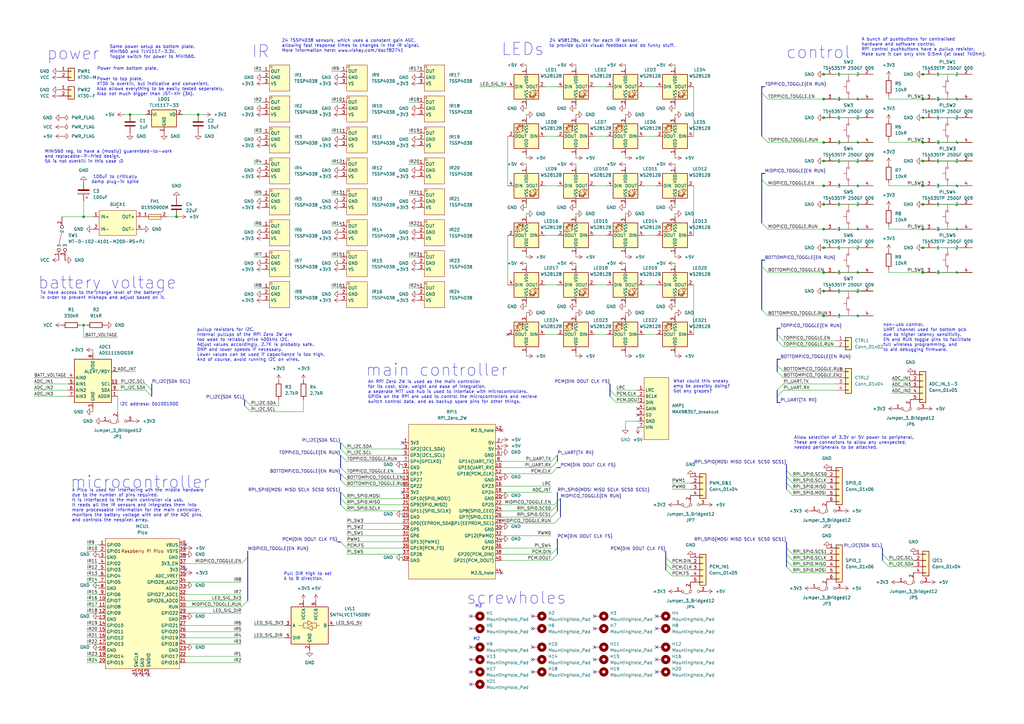
<source format=kicad_sch>
(kicad_sch (version 20231120) (generator "eeschema") (generator_version "8.0")
  (paper "A3")
  (junction (at 378.46 40.64))
  (junction (at 378.46 111.76))
  (junction (at 337.82 129.54))
  (junction (at 337.82 48.26))
  (junction (at 81.28 46.99))
  (junction (at 337.82 58.42))
  (junction (at 337.82 40.64))
  (junction (at 337.82 30.48))
  (junction (at 337.82 66.04))
  (junction (at 337.82 83.82))
  (junction (at 53.34 46.99))
  (junction (at 378.46 30.48))
  (junction (at 378.46 48.26))
  (junction (at 378.46 101.6))
  (junction (at 378.46 83.82))
  (junction (at 34.29 133.35))
  (junction (at 72.39 88.9))
  (junction (at 378.46 93.98))
  (junction (at 337.82 101.6))
  (junction (at 34.29 88.9))
  (junction (at 337.82 119.38))
  (junction (at 337.82 76.2))
  (junction (at 337.82 93.98))
  (junction (at 378.46 58.42))
  (junction (at 378.46 76.2))
  (junction (at 378.46 66.04))
  (junction (at 337.82 111.76))
  (no_connect (at 269.24 265.43))
  (no_connect (at 55.88 276.86))
  (no_connect (at 193.04 257.81))
  (no_connect (at 269.24 275.59))
  (no_connect (at 243.84 257.81))
  (no_connect (at 261.62 170.18))
  (no_connect (at 218.44 275.59))
  (no_connect (at 193.04 252.73))
  (no_connect (at 193.04 270.51))
  (no_connect (at 60.96 276.86))
  (no_connect (at 76.2 223.52))
  (no_connect (at 76.2 233.68))
  (no_connect (at 269.24 270.51))
  (no_connect (at 218.44 265.43))
  (no_connect (at 165.1 201.93))
  (no_connect (at 208.28 137.16))
  (no_connect (at 218.44 252.73))
  (no_connect (at 269.24 257.81))
  (no_connect (at 269.24 252.73))
  (no_connect (at 243.84 275.59))
  (no_connect (at 243.84 265.43))
  (no_connect (at 218.44 257.81))
  (no_connect (at 193.04 280.67))
  (no_connect (at 243.84 270.51))
  (no_connect (at 218.44 270.51))
  (no_connect (at 193.04 265.43))
  (no_connect (at 205.74 176.53))
  (no_connect (at 205.74 234.95))
  (no_connect (at 193.04 275.59))
  (no_connect (at 165.1 181.61))
  (no_connect (at 243.84 252.73))
  (no_connect (at 261.62 167.64))
  (no_connect (at 58.42 276.86))
  (bus_entry (at 228.6 209.55) (size -2.54 2.54))
  (bus_entry (at 318.77 139.7) (size 2.54 2.54))
  (bus_entry (at 312.42 127) (size 2.54 2.54))
  (bus_entry (at 139.7 184.15) (size 2.54 2.54))
  (bus_entry (at 139.7 194.31) (size 2.54 2.54))
  (bus_entry (at 322.58 232.41) (size 2.54 2.54))
  (bus_entry (at 228.6 227.33) (size -2.54 2.54))
  (bus_entry (at 139.7 207.01) (size 2.54 2.54))
  (bus_entry (at 273.05 231.14) (size 2.54 2.54))
  (bus_entry (at 318.77 162.56) (size 2.54 -2.54))
  (bus_entry (at 142.24 189.23) (size -2.54 -2.54))
  (bus_entry (at 322.58 193.04) (size 2.54 2.54))
  (bus_entry (at 312.42 73.66) (size 2.54 2.54))
  (bus_entry (at 312.42 38.1) (size 2.54 2.54))
  (bus_entry (at 139.7 222.25) (size 2.54 2.54))
  (bus_entry (at 318.77 160.02) (size 2.54 -2.54))
  (bus_entry (at 101.6 228.6) (size -2.54 2.54))
  (bus_entry (at 312.42 55.88) (size 2.54 2.54))
  (bus_entry (at 228.6 189.23) (size -2.54 2.54))
  (bus_entry (at 318.77 149.86) (size 2.54 2.54))
  (bus_entry (at 139.7 181.61) (size 2.54 2.54))
  (bus_entry (at 361.95 229.87) (size 2.54 2.54))
  (bus_entry (at 228.6 224.79) (size -2.54 2.54))
  (bus_entry (at 139.7 204.47) (size 2.54 2.54))
  (bus_entry (at 226.06 194.31) (size 2.54 -2.54))
  (bus_entry (at 322.58 200.66) (size 2.54 2.54))
  (bus_entry (at 101.6 246.38) (size -2.54 2.54))
  (bus_entry (at 228.6 186.69) (size -2.54 2.54))
  (bus_entry (at 229.87 204.47) (size -2.54 2.54))
  (bus_entry (at 318.77 152.4) (size 2.54 2.54))
  (bus_entry (at 273.05 228.6) (size 2.54 2.54))
  (bus_entry (at 62.23 160.02) (size -2.54 -2.54))
  (bus_entry (at 273.05 233.68) (size 2.54 2.54))
  (bus_entry (at 322.58 229.87) (size 2.54 2.54))
  (bus_entry (at 142.24 194.31) (size -2.54 -2.54))
  (bus_entry (at 229.87 212.09) (size -2.54 2.54))
  (bus_entry (at 312.42 109.22) (size 2.54 2.54))
  (bus_entry (at 318.77 137.16) (size 2.54 2.54))
  (bus_entry (at 228.6 207.01) (size -2.54 2.54))
  (bus_entry (at 322.58 224.79) (size 2.54 2.54))
  (bus_entry (at 100.33 163.83) (size 2.54 2.54))
  (bus_entry (at 312.42 91.44) (size 2.54 2.54))
  (bus_entry (at 62.23 162.56) (size -2.54 -2.54))
  (bus_entry (at 139.7 201.93) (size 2.54 2.54))
  (bus_entry (at 322.58 198.12) (size 2.54 2.54))
  (bus_entry (at 100.33 166.37) (size 2.54 2.54))
  (bus_entry (at 322.58 227.33) (size 2.54 2.54))
  (bus_entry (at 250.19 160.02) (size 2.54 2.54))
  (bus_entry (at 322.58 195.58) (size 2.54 2.54))
  (bus_entry (at 250.19 162.56) (size 2.54 2.54))
  (bus_entry (at 139.7 196.85) (size 2.54 2.54))
  (bus_entry (at 361.95 227.33) (size 2.54 2.54))
  (wire (pts (xy 256.54 85.09) (xy 256.54 83.82)))
  (wire (pts (xy 142.24 184.15) (xy 165.1 184.15)))
  (bus (pts (xy 101.6 226.06) (xy 101.6 228.6)))
  (wire (pts (xy 104.14 41.91) (xy 107.95 41.91)))
  (wire (pts (xy 256.54 67.31) (xy 256.54 68.58)))
  (bus (pts (xy 273.05 228.6) (xy 273.05 231.14)))
  (wire (pts (xy 40.64 240.03) (xy 40.64 241.3)))
  (wire (pts (xy 275.59 236.22) (xy 283.21 236.22)))
  (wire (pts (xy 104.14 54.61) (xy 107.95 54.61)))
  (wire (pts (xy 38.1 168.91) (xy 38.1 167.64)))
  (wire (pts (xy 364.49 92.71) (xy 364.49 93.98)))
  (wire (pts (xy 205.74 194.31) (xy 226.06 194.31)))
  (wire (pts (xy 337.82 48.26) (xy 358.14 48.26)))
  (wire (pts (xy 248.92 96.52) (xy 243.84 96.52)))
  (wire (pts (xy 142.24 186.69) (xy 165.1 186.69)))
  (wire (pts (xy 276.86 107.95) (xy 276.86 109.22)))
  (wire (pts (xy 167.64 92.71) (xy 171.45 92.71)))
  (wire (pts (xy 104.14 261.62) (xy 116.84 261.62)))
  (wire (pts (xy 104.14 29.21) (xy 107.95 29.21)))
  (wire (pts (xy 205.74 227.33) (xy 226.06 227.33)))
  (wire (pts (xy 76.2 238.76) (xy 99.06 238.76)))
  (wire (pts (xy 142.24 217.17) (xy 165.1 217.17)))
  (wire (pts (xy 284.48 76.2) (xy 284.48 96.52)))
  (wire (pts (xy 252.73 165.1) (xy 261.62 165.1)))
  (wire (pts (xy 314.96 111.76) (xy 337.82 111.76)))
  (wire (pts (xy 208.28 55.88) (xy 208.28 76.2)))
  (wire (pts (xy 256.54 128.27) (xy 256.54 129.54)))
  (wire (pts (xy 264.16 35.56) (xy 269.24 35.56)))
  (bus (pts (xy 138.43 222.25) (xy 139.7 222.25)))
  (wire (pts (xy 337.82 93.98) (xy 358.14 93.98)))
  (wire (pts (xy 215.9 44.45) (xy 215.9 43.18)))
  (wire (pts (xy 104.14 256.54) (xy 116.84 256.54)))
  (wire (pts (xy 167.64 29.21) (xy 171.45 29.21)))
  (wire (pts (xy 337.82 101.6) (xy 358.14 101.6)))
  (wire (pts (xy 167.64 67.31) (xy 171.45 67.31)))
  (wire (pts (xy 365.76 156.21) (xy 373.38 156.21)))
  (wire (pts (xy 215.9 128.27) (xy 215.9 129.54)))
  (wire (pts (xy 76.2 252.73) (xy 76.2 254)))
  (bus (pts (xy 139.7 194.31) (xy 139.7 196.85)))
  (wire (pts (xy 76.2 259.08) (xy 99.06 259.08)))
  (wire (pts (xy 365.76 161.29) (xy 373.38 161.29)))
  (bus (pts (xy 228.6 201.93) (xy 228.6 207.01)))
  (wire (pts (xy 256.54 146.05) (xy 256.54 144.78)))
  (wire (pts (xy 378.46 76.2) (xy 398.78 76.2)))
  (bus (pts (xy 320.04 134.62) (xy 318.77 134.62)))
  (wire (pts (xy 40.64 252.73) (xy 40.64 254)))
  (wire (pts (xy 223.52 76.2) (xy 228.6 76.2)))
  (wire (pts (xy 314.96 76.2) (xy 337.82 76.2)))
  (wire (pts (xy 243.84 116.84) (xy 248.92 116.84)))
  (wire (pts (xy 215.9 26.67) (xy 215.9 27.94)))
  (wire (pts (xy 321.31 142.24) (xy 342.9 142.24)))
  (wire (pts (xy 314.96 58.42) (xy 337.82 58.42)))
  (wire (pts (xy 34.29 82.55) (xy 34.29 88.9)))
  (bus (pts (xy 318.77 160.02) (xy 318.77 162.56)))
  (wire (pts (xy 142.24 196.85) (xy 165.1 196.85)))
  (wire (pts (xy 215.9 67.31) (xy 215.9 68.58)))
  (wire (pts (xy 35.56 264.16) (xy 40.64 264.16)))
  (wire (pts (xy 13.97 154.94) (xy 27.94 154.94)))
  (wire (pts (xy 269.24 137.16) (xy 264.16 137.16)))
  (wire (pts (xy 25.4 88.9) (xy 34.29 88.9)))
  (wire (pts (xy 76.2 265.43) (xy 76.2 266.7)))
  (bus (pts (xy 320.04 165.1) (xy 318.77 165.1)))
  (wire (pts (xy 337.82 129.54) (xy 358.14 129.54)))
  (wire (pts (xy 337.82 66.04) (xy 358.14 66.04)))
  (wire (pts (xy 364.49 229.87) (xy 374.65 229.87)))
  (wire (pts (xy 248.92 137.16) (xy 243.84 137.16)))
  (wire (pts (xy 48.26 152.4) (xy 55.88 152.4)))
  (wire (pts (xy 142.24 207.01) (xy 165.1 207.01)))
  (wire (pts (xy 142.24 227.33) (xy 165.1 227.33)))
  (wire (pts (xy 378.46 48.26) (xy 398.78 48.26)))
  (bus (pts (xy 322.58 193.04) (xy 322.58 195.58)))
  (bus (pts (xy 313.69 35.56) (xy 312.42 35.56)))
  (wire (pts (xy 40.64 265.43) (xy 40.64 266.7)))
  (wire (pts (xy 378.46 30.48) (xy 398.78 30.48)))
  (wire (pts (xy 364.49 93.98) (xy 378.46 93.98)))
  (wire (pts (xy 35.56 243.84) (xy 40.64 243.84)))
  (wire (pts (xy 35.56 223.52) (xy 40.64 223.52)))
  (wire (pts (xy 142.24 194.31) (xy 165.1 194.31)))
  (wire (pts (xy 321.31 152.4) (xy 342.9 152.4)))
  (bus (pts (xy 318.77 149.86) (xy 318.77 152.4)))
  (wire (pts (xy 205.74 215.9) (xy 205.74 217.17)))
  (wire (pts (xy 142.24 204.47) (xy 165.1 204.47)))
  (wire (pts (xy 102.87 168.91) (xy 124.46 168.91)))
  (bus (pts (xy 139.7 181.61) (xy 139.7 184.15)))
  (wire (pts (xy 337.82 83.82) (xy 358.14 83.82)))
  (wire (pts (xy 205.74 203.2) (xy 205.74 204.47)))
  (wire (pts (xy 275.59 198.12) (xy 283.21 198.12)))
  (bus (pts (xy 229.87 204.47) (xy 229.87 212.09)))
  (wire (pts (xy 269.24 55.88) (xy 264.16 55.88)))
  (bus (pts (xy 320.04 147.32) (xy 318.77 147.32)))
  (wire (pts (xy 256.54 44.45) (xy 256.54 43.18)))
  (wire (pts (xy 48.26 160.02) (xy 59.69 160.02)))
  (wire (pts (xy 325.12 227.33) (xy 339.09 227.33)))
  (bus (pts (xy 312.42 35.56) (xy 312.42 38.1)))
  (wire (pts (xy 76.2 240.03) (xy 76.2 241.3)))
  (wire (pts (xy 364.49 57.15) (xy 364.49 58.42)))
  (wire (pts (xy 114.3 166.37) (xy 114.3 163.83)))
  (wire (pts (xy 135.89 105.41) (xy 139.7 105.41)))
  (wire (pts (xy 337.82 111.76) (xy 358.14 111.76)))
  (bus (pts (xy 101.6 228.6) (xy 101.6 246.38)))
  (wire (pts (xy 256.54 87.63) (xy 256.54 88.9)))
  (wire (pts (xy 228.6 137.16) (xy 223.52 137.16)))
  (wire (pts (xy 256.54 172.72) (xy 256.54 175.26)))
  (wire (pts (xy 35.56 256.54) (xy 40.64 256.54)))
  (bus (pts (xy 322.58 195.58) (xy 322.58 198.12)))
  (wire (pts (xy 76.2 227.33) (xy 76.2 228.6)))
  (bus (pts (xy 62.23 157.48) (xy 62.23 160.02)))
  (wire (pts (xy 364.49 111.76) (xy 378.46 111.76)))
  (wire (pts (xy 76.2 246.38) (xy 99.06 246.38)))
  (wire (pts (xy 81.28 46.99) (xy 83.82 46.99)))
  (wire (pts (xy 135.89 41.91) (xy 139.7 41.91)))
  (wire (pts (xy 276.86 67.31) (xy 276.86 68.58)))
  (wire (pts (xy 48.26 162.56) (xy 48.26 168.91)))
  (bus (pts (xy 229.87 191.77) (xy 228.6 191.77)))
  (wire (pts (xy 325.12 200.66) (xy 339.09 200.66)))
  (wire (pts (xy 236.22 105.41) (xy 236.22 104.14)))
  (wire (pts (xy 135.89 67.31) (xy 139.7 67.31)))
  (wire (pts (xy 228.6 96.52) (xy 223.52 96.52)))
  (wire (pts (xy 53.34 46.99) (xy 59.69 46.99)))
  (wire (pts (xy 228.6 55.88) (xy 223.52 55.88)))
  (wire (pts (xy 137.16 256.54) (xy 148.59 256.54)))
  (wire (pts (xy 35.56 246.38) (xy 40.64 246.38)))
  (wire (pts (xy 284.48 35.56) (xy 284.48 55.88)))
  (wire (pts (xy 236.22 85.09) (xy 236.22 83.82)))
  (wire (pts (xy 236.22 44.45) (xy 236.22 43.18)))
  (wire (pts (xy 378.46 93.98) (xy 398.78 93.98)))
  (bus (pts (xy 228.6 220.98) (xy 228.6 224.79)))
  (wire (pts (xy 205.74 180.34) (xy 205.74 181.61)))
  (bus (pts (xy 322.58 224.79) (xy 322.58 227.33)))
  (wire (pts (xy 76.2 248.92) (xy 99.06 248.92)))
  (wire (pts (xy 337.82 58.42) (xy 358.14 58.42)))
  (wire (pts (xy 35.56 261.62) (xy 40.64 261.62)))
  (wire (pts (xy 76.2 261.62) (xy 99.06 261.62)))
  (wire (pts (xy 205.74 207.01) (xy 227.33 207.01)))
  (wire (pts (xy 135.89 118.11) (xy 139.7 118.11)))
  (wire (pts (xy 378.46 58.42) (xy 398.78 58.42)))
  (wire (pts (xy 276.86 125.73) (xy 276.86 124.46)))
  (wire (pts (xy 256.54 46.99) (xy 256.54 48.26)))
  (wire (pts (xy 135.89 54.61) (xy 139.7 54.61)))
  (wire (pts (xy 76.2 256.54) (xy 99.06 256.54)))
  (wire (pts (xy 142.24 214.63) (xy 165.1 214.63)))
  (wire (pts (xy 264.16 116.84) (xy 269.24 116.84)))
  (wire (pts (xy 256.54 105.41) (xy 256.54 104.14)))
  (wire (pts (xy 13.97 162.56) (xy 27.94 162.56)))
  (wire (pts (xy 124.46 168.91) (xy 124.46 163.83)))
  (wire (pts (xy 364.49 58.42) (xy 378.46 58.42)))
  (wire (pts (xy 364.49 40.64) (xy 378.46 40.64)))
  (wire (pts (xy 314.96 93.98) (xy 337.82 93.98)))
  (wire (pts (xy 243.84 76.2) (xy 248.92 76.2)))
  (bus (pts (xy 228.6 224.79) (xy 228.6 227.33)))
  (wire (pts (xy 205.74 201.93) (xy 226.06 201.93)))
  (wire (pts (xy 276.86 64.77) (xy 276.86 63.5)))
  (wire (pts (xy 215.9 105.41) (xy 215.9 104.14)))
  (wire (pts (xy 167.64 41.91) (xy 171.45 41.91)))
  (wire (pts (xy 76.2 264.16) (xy 99.06 264.16)))
  (wire (pts (xy 223.52 116.84) (xy 228.6 116.84)))
  (wire (pts (xy 378.46 66.04) (xy 398.78 66.04)))
  (wire (pts (xy 275.59 233.68) (xy 283.21 233.68)))
  (wire (pts (xy 48.26 157.48) (xy 59.69 157.48)))
  (bus (pts (xy 312.42 106.68) (xy 312.42 109.22)))
  (bus (pts (xy 250.19 157.48) (xy 250.19 160.02)))
  (wire (pts (xy 337.82 119.38) (xy 358.14 119.38)))
  (wire (pts (xy 325.12 203.2) (xy 339.09 203.2)))
  (wire (pts (xy 276.86 105.41) (xy 276.86 104.14)))
  (wire (pts (xy 256.54 125.73) (xy 256.54 124.46)))
  (wire (pts (xy 236.22 26.67) (xy 236.22 27.94)))
  (wire (pts (xy 167.64 105.41) (xy 171.45 105.41)))
  (bus (pts (xy 322.58 227.33) (xy 322.58 229.87)))
  (bus (pts (xy 318.77 147.32) (xy 318.77 149.86)))
  (wire (pts (xy 50.8 46.99) (xy 53.34 46.99)))
  (wire (pts (xy 34.29 133.35) (xy 35.56 133.35)))
  (wire (pts (xy 76.2 243.84) (xy 99.06 243.84)))
  (bus (pts (xy 139.7 204.47) (xy 139.7 207.01)))
  (wire (pts (xy 205.74 219.71) (xy 226.06 219.71)))
  (bus (pts (xy 322.58 229.87) (xy 322.58 232.41)))
  (wire (pts (xy 364.49 74.93) (xy 364.49 76.2)))
  (wire (pts (xy 284.48 116.84) (xy 284.48 137.16)))
  (wire (pts (xy 325.12 195.58) (xy 339.09 195.58)))
  (wire (pts (xy 256.54 26.67) (xy 256.54 27.94)))
  (bus (pts (xy 273.05 231.14) (xy 273.05 233.68)))
  (wire (pts (xy 236.22 64.77) (xy 236.22 63.5)))
  (wire (pts (xy 236.22 87.63) (xy 236.22 88.9)))
  (wire (pts (xy 142.24 199.39) (xy 165.1 199.39)))
  (wire (pts (xy 276.86 87.63) (xy 276.86 88.9)))
  (wire (pts (xy 205.74 214.63) (xy 227.33 214.63)))
  (wire (pts (xy 35.56 233.68) (xy 40.64 233.68)))
  (wire (pts (xy 264.16 76.2) (xy 269.24 76.2)))
  (wire (pts (xy 378.46 101.6) (xy 398.78 101.6)))
  (wire (pts (xy 76.2 224.79) (xy 76.2 226.06)))
  (wire (pts (xy 165.1 210.82) (xy 165.1 212.09)))
  (wire (pts (xy 205.74 212.09) (xy 226.06 212.09)))
  (wire (pts (xy 74.93 46.99) (xy 81.28 46.99)))
  (wire (pts (xy 321.31 160.02) (xy 342.9 160.02)))
  (wire (pts (xy 13.97 160.02) (xy 27.94 160.02)))
  (wire (pts (xy 276.86 146.05) (xy 276.86 144.78)))
  (bus (pts (xy 318.77 137.16) (xy 318.77 139.7)))
  (wire (pts (xy 325.12 198.12) (xy 339.09 198.12)))
  (wire (pts (xy 167.64 80.01) (xy 171.45 80.01)))
  (wire (pts (xy 205.74 209.55) (xy 226.06 209.55)))
  (wire (pts (xy 205.74 220.98) (xy 205.74 222.25)))
  (wire (pts (xy 35.56 271.78) (xy 40.64 271.78)))
  (wire (pts (xy 276.86 46.99) (xy 276.86 48.26)))
  (wire (pts (xy 102.87 166.37) (xy 114.3 166.37)))
  (wire (pts (xy 364.49 39.37) (xy 364.49 40.64)))
  (wire (pts (xy 256.54 107.95) (xy 256.54 109.22)))
  (wire (pts (xy 34.29 138.43) (xy 34.29 133.35)))
  (wire (pts (xy 256.54 64.77) (xy 256.54 63.5)))
  (wire (pts (xy 205.74 191.77) (xy 226.06 191.77)))
  (wire (pts (xy 236.22 125.73) (xy 236.22 124.46)))
  (wire (pts (xy 275.59 231.14) (xy 283.21 231.14)))
  (wire (pts (xy 13.97 157.48) (xy 27.94 157.48)))
  (bus (pts (xy 322.58 198.12) (xy 322.58 200.66)))
  (wire (pts (xy 314.96 129.54) (xy 337.82 129.54)))
  (wire (pts (xy 378.46 40.64) (xy 398.78 40.64)))
  (wire (pts (xy 76.2 269.24) (xy 99.06 269.24)))
  (bus (pts (xy 100.33 163.83) (xy 100.33 166.37)))
  (wire (pts (xy 104.14 118.11) (xy 107.95 118.11)))
  (wire (pts (xy 35.56 236.22) (xy 40.64 236.22)))
  (wire (pts (xy 142.24 224.79) (xy 165.1 224.79)))
  (wire (pts (xy 205.74 224.79) (xy 226.06 224.79)))
  (wire (pts (xy 215.9 107.95) (xy 215.9 109.22)))
  (wire (pts (xy 76.2 234.95) (xy 76.2 236.22)))
  (wire (pts (xy 35.56 251.46) (xy 40.64 251.46)))
  (wire (pts (xy 76.2 271.78) (xy 99.06 271.78)))
  (wire (pts (xy 40.64 227.33) (xy 40.64 228.6)))
  (wire (pts (xy 135.89 29.21) (xy 139.7 29.21)))
  (wire (pts (xy 337.82 30.48) (xy 358.14 30.48)))
  (wire (pts (xy 35.56 238.76) (xy 40.64 238.76)))
  (wire (pts (xy 48.26 138.43) (xy 34.29 138.43)))
  (wire (pts (xy 236.22 67.31) (xy 236.22 68.58)))
  (wire (pts (xy 256.54 172.72) (xy 261.62 172.72)))
  (wire (pts (xy 215.9 85.09) (xy 215.9 83.82)))
  (wire (pts (xy 314.96 40.64) (xy 337.82 40.64)))
  (wire (pts (xy 196.85 35.56) (xy 208.28 35.56)))
  (wire (pts (xy 38.1 143.51) (xy 38.1 144.78)))
  (wire (pts (xy 73.66 88.9) (xy 72.39 88.9)))
  (wire (pts (xy 104.14 92.71) (xy 107.95 92.71)))
  (bus (pts (xy 250.19 160.02) (xy 250.19 162.56)))
  (wire (pts (xy 205.74 189.23) (xy 226.06 189.23)))
  (wire (pts (xy 76.2 251.46) (xy 99.06 251.46)))
  (bus (pts (xy 312.42 71.12) (xy 312.42 73.66)))
  (wire (pts (xy 378.46 111.76) (xy 398.78 111.76)))
  (bus (pts (xy 318.77 134.62) (xy 318.77 137.16)))
  (wire (pts (xy 276.86 85.09) (xy 276.86 83.82)))
  (bus (pts (xy 313.69 71.12) (xy 312.42 71.12)))
  (wire (pts (xy 35.56 269.24) (xy 40.64 269.24)))
  (wire (pts (xy 205.74 185.42) (xy 205.74 186.69)))
  (wire (pts (xy 321.31 157.48) (xy 342.9 157.48)))
  (bus (pts (xy 312.42 109.22) (xy 312.42 127)))
  (wire (pts (xy 205.74 195.58) (xy 205.74 196.85)))
  (bus (pts (xy 322.58 190.5) (xy 322.58 193.04)))
  (wire (pts (xy 325.12 234.95) (xy 339.09 234.95)))
  (wire (pts (xy 252.73 160.02) (xy 261.62 160.02)))
  (wire (pts (xy 215.9 46.99) (xy 215.9 48.26)))
  (wire (pts (xy 205.74 229.87) (xy 226.06 229.87)))
  (bus (pts (xy 62.23 160.02) (xy 62.23 162.56)))
  (wire (pts (xy 364.49 110.49) (xy 364.49 111.76)))
  (bus (pts (xy 312.42 73.66) (xy 312.42 91.44)))
  (wire (pts (xy 142.24 222.25) (xy 165.1 222.25)))
  (wire (pts (xy 35.56 231.14) (xy 40.64 231.14)))
  (wire (pts (xy 167.64 118.11) (xy 171.45 118.11)))
  (wire (pts (xy 365.76 158.75) (xy 373.38 158.75)))
  (bus (pts (xy 139.7 201.93) (xy 139.7 204.47)))
  (wire (pts (xy 252.73 162.56) (xy 261.62 162.56)))
  (wire (pts (xy 276.86 26.67) (xy 276.86 27.94)))
  (wire (pts (xy 236.22 107.95) (xy 236.22 109.22)))
  (wire (pts (xy 364.49 232.41) (xy 374.65 232.41)))
  (wire (pts (xy 325.12 229.87) (xy 339.09 229.87)))
  (wire (pts (xy 276.86 44.45) (xy 276.86 43.18)))
  (wire (pts (xy 215.9 64.77) (xy 215.9 63.5)))
  (wire (pts (xy 248.92 55.88) (xy 243.84 55.88)))
  (wire (pts (xy 337.82 40.64) (xy 358.14 40.64)))
  (wire (pts (xy 208.28 96.52) (xy 208.28 116.84)))
  (bus (pts (xy 139.7 186.69) (xy 139.7 191.77)))
  (wire (pts (xy 165.1 228.6) (xy 165.1 229.87)))
  (bus (pts (xy 273.05 226.06) (xy 273.05 228.6)))
  (wire (pts (xy 35.56 248.92) (xy 40.64 248.92)))
  (wire (pts (xy 215.9 87.63) (xy 215.9 88.9)))
  (wire (pts (xy 337.82 76.2) (xy 358.14 76.2)))
  (wire (pts (xy 378.46 83.82) (xy 398.78 83.82)))
  (wire (pts (xy 321.31 154.94) (xy 342.9 154.94)))
  (wire (pts (xy 269.24 96.52) (xy 264.16 96.52)))
  (bus (pts (xy 228.6 207.01) (xy 228.6 209.55)))
  (wire (pts (xy 325.12 232.41) (xy 339.09 232.41)))
  (bus (pts (xy 322.58 222.25) (xy 322.58 224.79)))
  (wire (pts (xy 35.56 259.08) (xy 40.64 259.08)))
  (wire (pts (xy 104.14 67.31) (xy 107.95 67.31)))
  (wire (pts (xy 135.89 92.71) (xy 139.7 92.71)))
  (wire (pts (xy 223.52 35.56) (xy 228.6 35.56)))
  (wire (pts (xy 236.22 146.05) (xy 236.22 144.78)))
  (wire (pts (xy 104.14 80.01) (xy 107.95 80.01)))
  (wire (pts (xy 205.74 182.88) (xy 205.74 184.15)))
  (wire (pts (xy 321.31 139.7) (xy 342.9 139.7)))
  (wire (pts (xy 135.89 80.01) (xy 139.7 80.01)))
  (wire (pts (xy 215.9 125.73) (xy 215.9 124.46)))
  (wire (pts (xy 142.24 209.55) (xy 165.1 209.55)))
  (wire (pts (xy 142.24 189.23) (xy 165.1 189.23)))
  (wire (pts (xy 35.56 226.06) (xy 40.64 226.06)))
  (wire (pts (xy 76.2 231.14) (xy 99.06 231.14)))
  (wire (pts (xy 364.49 76.2) (xy 378.46 76.2)))
  (wire (pts (xy 142.24 219.71) (xy 165.1 219.71)))
  (wire (pts (xy 243.84 35.56) (xy 248.92 35.56)))
  (wire (pts (xy 275.59 200.66) (xy 283.21 200.66)))
  (wire (pts (xy 34.29 88.9) (xy 38.1 88.9)))
  (bus (pts (xy 361.95 224.79) (xy 361.95 227.33)))
  (bus (pts (xy 361.95 227.33) (xy 361.95 229.87)))
  (wire (pts (xy 68.58 88.9) (xy 72.39 88.9)))
  (wire (pts (xy 215.9 146.05) (xy 215.9 144.78)))
  (wire (pts (xy 236.22 46.99) (xy 236.22 48.26)))
  (bus (pts (xy 228.6 186.69) (xy 228.6 189.23)))
  (wire (pts (xy 236.22 128.27) (xy 236.22 129.54)))
  (wire (pts (xy 205.74 199.39) (xy 226.06 199.39)))
  (wire (pts (xy 167.64 54.61) (xy 171.45 54.61)))
  (bus (pts (xy 312.42 38.1) (xy 312.42 55.88)))
  (wire (pts (xy 276.86 128.27) (xy 276.86 129.54)))
  (wire (pts (xy 165.1 190.5) (xy 165.1 191.77)))
  (wire (pts (xy 33.02 133.35) (xy 34.29 133.35)))
  (bus (pts (xy 313.69 106.68) (xy 312.42 106.68)))
  (wire (pts (xy 104.14 105.41) (xy 107.95 105.41)))
  (bus (pts (xy 318.77 162.56) (xy 318.77 165.1)))
  (text "screwholes" (at 191.262 245.364 0) (effects (font (size 5 5)) (justify left)))
  (text "IR" (at 103.124 21.336 0) (effects (font (size 5 5)) (justify left)))
  (text "Allow selection of 3.3V or 5V power to peripheral.\nThese are connectors to allow any unexpected,\nneeded peripherals to be attached." (at 325.628 181.61 0) (effects (font (size 1.27 1.27)) (justify left)))
  (text "microcontroller" (at 28.702 197.866 0) (effects (font (size 5 5)) (justify left)))
  (text "24 WS812Bs, one for each IR sensor,\nto provide quick visual feedback and do funny stuff." (at 225.298 17.78 0) (effects (font (size 1.27 1.27)) (justify left)))
  (text "main controller" (at 149.86 151.892 0) (effects (font (size 5 5)) (justify left)))
  (text "24 TSSP4038 sensors, which uses a constant gain AGC,\nallowing fast response times to changes in the IR signal.\nMore information here: www.vishay.com/doc?82741" (at 115.57 18.796 0) (effects (font (size 1.27 1.27)) (justify left)))
  (text "power" (at 19.05 22.098 0) (effects (font (size 5 5)) (justify left)))
  (text "What could this sneaky\namp be possibly doing?\nGot any grapes?" (at 276.098 158.496 0) (effects (font (size 1.27 1.27)) (justify left)))
  (text "MINI560 reg, to have a (mostly) guarenteed-to-work\nand replacable-if-fried design.\n5A is not overkill in this case :D" (at 18.288 64.262 0) (effects (font (size 1.27 1.27)) (justify left)))
  (text "control" (at 322.326 21.59 0) (effects (font (size 5 5)) (justify left)))
  (text "I2C address: 0b1001000" (at 61.214 165.862 0) (effects (font (size 1.27 1.27))))
  (text "LEDs" (at 205.486 20.32 0) (effects (font (size 5 5)) (justify left)))
  (text "M3" (at 194.818 248.666 0) (effects (font (size 1.27 1.27)) (justify left)))
  (text "pullup resistors for I2C.\nInternal pullups of the RPi Zero 2W are\ntoo weak to reliably drive 400kHz I2C.\nAdjust values accordingly, 2.7K is probably safe.\nDNP and lower speeds if necessary.\nLower values can be used if capacitance is too high.\nAnd of course, avoid running I2C on wires." (at 80.772 141.478 0) (effects (font (size 1.27 1.27)) (justify left)))
  (text "Power from bottom plate." (at 52.324 28.194 0) (effects (font (size 1.27 1.27))))
  (text "A bunch of pushbuttons for centralised\nhardware and software control.\nRPi control pushbuttons have a pullup resistor.\nMake sure it can only sink 0.5mA (at least 7kOhm)." (at 353.314 19.304 0) (effects (font (size 1.27 1.27)) (justify left)))
  (text "A Pico is used for interfacing wth the middle hardware\ndue to the number of pins required.\nIt is interfaced to the main controller via usb.\nIt reads all the IR sensors and integrates them into\nmore processable information for the main controller,\nmonitors the battery voltage with one of the ADC pins,\nand controls the neopixel array." (at 29.464 207.264 0) (effects (font (size 1.27 1.27)) (justify left)))
  (text "An RPi Zero 2W is used as the main controller\nfor its cost, size, weight and ease of integration.\na seperate MTT usb hub is used to interface with microcontrollers.\nGPIOs on the RPi are used to control the microcontrollers and recieve\nswitch control data, and as backup spare pins for other things." (at 150.876 160.782 0) (effects (font (size 1.27 1.27)) (justify left)))
  (text "To have access to the charge level of the battery,\nin order to prevent mishaps and adjust based on it." (at 16.51 121.158 0) (effects (font (size 1.27 1.27)) (justify left)))
  (text "Power to top plate.\nXT30 is overkill, but indicative and convenient.\nAlso allows everything to be easily tested seperately.\nAlso not much bigger than JST-XH (3A)." (at 39.624 35.56 0) (effects (font (size 1.27 1.27)) (justify left)))
  (text "Pull DIR high to set\nA to B direction." (at 116.332 236.474 0) (effects (font (size 1.27 1.27)) (justify left)))
  (text "100uF to critically\ndamp plug-in spike" (at 47.244 73.66 0) (effects (font (size 1.27 1.27))))
  (text "battery voltage" (at 15.494 116.078 0) (effects (font (size 5 5)) (justify left)))
  (text "M2" (at 194.056 262.128 0) (effects (font (size 1.27 1.27)) (justify left)))
  (text "Same power setup as bottom plate.\nMini560 and TLV1117-3.3V.\nToggle switch for power to Mini560." (at 44.958 21.336 0) (effects (font (size 1.27 1.27)) (justify left)))
  (text "non-usb control.\nUART channel used for bottom pcb\ndue to higher latency sensitivity.\nEN and RUN toggle pins to facilitate\nfull wireless programming, and\nto aid debugging firmware." (at 362.204 138.43 0) (effects (font (size 1.27 1.27)) (justify left)))
  (label "IR24" (at 167.64 118.11 0))
  (label "PCM.CLK" (at 275.59 233.68 0))
  (label "PCM{DIN DOUT CLK FS}" (at 250.19 157.48 180))
  (label "IR2" (at 99.06 271.78 180))
  (label "PCM.DOUT" (at 226.06 229.87 180))
  (label "BOTTOMPICO_TOGGLE.RUN" (at 314.96 129.54 0))
  (label "RPI_SPI0.SCLK" (at 325.12 198.12 0))
  (label "IR11" (at 135.89 54.61 0))
  (label "LED_SIG_DIR" (at 99.06 251.46 180))
  (label "PI_UART.RX" (at 321.31 160.02 0))
  (label "IR12" (at 35.56 233.68 0))
  (label "IR20" (at 167.64 67.31 0))
  (label "ADC_INT" (at 226.06 201.93 180))
  (label "IR6" (at 99.06 256.54 180))
  (label "IR9" (at 135.89 29.21 0))
  (label "IR17" (at 35.56 248.92 0))
  (label "PI_SW5" (at 372.11 111.76 0))
  (label "PCM.DIN" (at 226.06 227.33 180))
  (label "PI_I2C.SCL" (at 59.69 157.48 180))
  (label "PI_SW5" (at 142.24 227.33 0))
  (label "IR10" (at 135.89 41.91 0))
  (label "IR4" (at 104.14 67.31 0))
  (label "IR22" (at 167.64 92.71 0))
  (label "BOTTOMPICO_TOGGLE.RUN" (at 142.24 199.39 0))
  (label "ADC_IN1" (at 13.97 157.48 0))
  (label "LED_SIG_5V" (at 148.59 256.54 180))
  (label "PI_I2C.SCL" (at 364.49 229.87 0))
  (label "RPI_SPI0{MOSI MISO SCLK SCS0 SCS1}" (at 139.7 201.93 180))
  (label "LED_SIG_3V3" (at 99.06 246.38 180))
  (label "PCM.CLK" (at 252.73 162.56 0))
  (label "IR19" (at 167.64 54.61 0))
  (label "PI_I2C{SDA SCL}" (at 139.7 181.61 180))
  (label "PCM{DIN DOUT CLK FS}" (at 228.6 220.98 0))
  (label "MIDPICO_TOGGLE{EN RUN}" (at 313.69 71.12 0))
  (label "MIDPICO_TOGGLE.EN" (at 314.96 76.2 0))
  (label "PI_SW2" (at 142.24 217.17 0))
  (label "IR8" (at 104.14 118.11 0))
  (label "BOTTOMPICO_TOGGLE.EN" (at 314.96 111.76 0))
  (label "LED_SIG_DIR" (at 104.14 261.62 0))
  (label "PI_I2C.SDA" (at 142.24 184.15 0))
  (label "IR20" (at 35.56 259.08 0))
  (label "ADC_IN2" (at 365.76 161.29 0))
  (label "PI_I2C.SDA" (at 364.49 232.41 0))
  (label "RPI_SPI0.MOSI" (at 142.24 204.47 0))
  (label "MIDPICO_TOGGLE{EN RUN}" (at 229.87 204.47 0))
  (label "IR11" (at 35.56 231.14 0))
  (label "IR13" (at 35.56 236.22 0))
  (label "IR18" (at 35.56 251.46 0))
  (label "PI_SW4" (at 226.06 224.79 180))
  (label "LRC" (at 252.73 160.02 0))
  (label "PI_I2C.SDA" (at 102.87 166.37 0))
  (label "PI_UART.RX" (at 226.06 191.77 180))
  (label "PI_UART.TX" (at 321.31 157.48 0))
  (label "RPI_SPI0.SCLK" (at 325.12 229.87 0))
  (label "IR8" (at 99.06 238.76 180))
  (label "RPI_SPI0.MOSI" (at 325.12 203.2 0))
  (label "IR23" (at 35.56 269.24 0))
  (label "TOPPICO_TOGGLE.EN" (at 321.31 139.7 0))
  (label "PCM.DOUT" (at 252.73 165.1 0))
  (label "PI_SW1" (at 142.24 219.71 0))
  (label "RPI_SPI0{MOSI MISO SCLK SCS0 SCS1}" (at 322.58 190.5 180))
  (label "BOTTOMPICO_TOGGLE.EN" (at 321.31 154.94 0))
  (label "LED_SIG_3V3" (at 104.14 256.54 0))
  (label "IR21" (at 35.56 261.62 0))
  (label "ADC_IN3" (at 365.76 158.75 0))
  (label "PI_I2C.SCL" (at 142.24 186.69 0))
  (label "TOPPICO_TOGGLE{EN RUN}" (at 320.04 134.62 0))
  (label "PI_SW4" (at 372.11 93.98 0))
  (label "TOPPICO_TOGGLE{EN RUN}" (at 313.69 35.56 0))
  (label "PCM{DIN DOUT CLK FS}" (at 273.05 226.06 180))
  (label "IR13" (at 135.89 80.01 0))
  (label "TOPPICO_TOGGLE.RUN" (at 321.31 142.24 0))
  (label "PI_SW3" (at 372.11 76.2 0))
  (label "PI_UART{TX RX}" (at 320.04 165.1 0))
  (label "RPI_SPI0{MOSI MISO SCLK SCS0 SCS1}" (at 322.58 222.25 180))
  (label "TOPPICO_TOGGLE.EN" (at 314.96 40.64 0))
  (label "TOPPICO_TOGGLE.RUN" (at 142.24 189.23 0))
  (label "ADC_IN3" (at 13.97 162.56 0))
  (label "LRC" (at 226.06 199.39 180))
  (label "PCM.FS" (at 142.24 224.79 0))
  (label "RPI_SPI0.SCS0" (at 226.06 209.55 180))
  (label "BOTTOMPICO_TOGGLE.RUN" (at 321.31 152.4 0))
  (label "PWM0" (at 275.59 200.66 0))
  (label "PI_I2C{SDA SCL}" (at 361.95 224.79 180))
  (label "BATT_VOLTAGE" (at 48.26 138.43 180))
  (label "BOTTOMPICO_TOGGLE.EN" (at 142.24 196.85 0))
  (label "IR16" (at 135.89 118.11 0))
  (label "PI_SW1" (at 372.11 40.64 0))
  (label "IR7" (at 99.06 243.84 180))
  (label "BATT_VOLTAGE" (at 13.97 154.94 0))
  (label "IR1" (at 104.14 29.21 0))
  (label "MIDPICO_TOGGLE.RUN" (at 99.06 248.92 180))
  (label "IR16" (at 35.56 246.38 0))
  (label "IR24" (at 35.56 271.78 0))
  (label "PCM.DIN" (at 275.59 231.14 0))
  (label "PI_I2C{SDA SCL}" (at 62.23 157.48 0))
  (label "TOPPICO_TOGGLE{EN RUN}" (at 139.7 186.69 180))
  (label "RPI_SPI0.MISO" (at 325.12 232.41 0))
  (label "PCM.FS" (at 275.59 236.22 0))
  (label "RPI_SPI0.MISO" (at 325.12 200.66 0))
  (label "MIDPICO_TOGGLE.EN" (at 99.06 231.14 180))
  (label "IR14" (at 35.56 238.76 0))
  (label "TOPPICO_TOGGLE.RUN" (at 314.96 58.42 0))
  (label "PWM1" (at 275.59 198.12 0))
  (label "BOTTOMPICO_TOGGLE{EN RUN}" (at 139.7 194.31 180))
  (label "RPI_SPI0.SCLK" (at 142.24 209.55 0))
  (label "ADC_INT" (at 55.88 152.4 180))
  (label "TOPPICO_TOGGLE.EN" (at 142.24 194.31 0))
  (label "PCM{DIN DOUT CLK FS}" (at 138.43 222.25 180))
  (label "PI_UART.TX" (at 226.06 189.23 180))
  (label "PI_I2C.SCL" (at 102.87 168.91 0))
  (label "IR3" (at 99.06 264.16 180))
  (label "PI_I2C.SDA" (at 59.69 160.02 180))
  (label "ADC_IN1" (at 365.76 156.21 0))
  (label "RPI_SPI0.MOSI" (at 325.12 234.95 0))
  (label "IR23" (at 167.64 105.41 0))
  (label "LED_SIG_5V" (at 196.85 35.56 0))
  (label "RPI_SPI0.SCS1" (at 325.12 227.33 0))
  (label "PCM.CLK" (at 226.06 194.31 180))
  (label "PWM0" (at 226.06 219.71 180))
  (label "MIDPICO_TOGGLE.EN" (at 226.06 207.01 180))
  (label "MIDPICO_TOGGLE.RUN" (at 314.96 93.98 0))
  (label "BOTTOMPICO_TOGGLE{EN RUN}" (at 313.69 106.68 0))
  (label "IR1" (at 99.06 269.24 180))
  (label "IR3" (at 104.14 54.61 0))
  (label "IR2" (at 104.14 41.91 0))
  (label "IR7" (at 104.14 105.41 0))
  (label "IR15" (at 135.89 105.41 0))
  (label "MIDPICO_TOGGLE.RUN" (at 226.06 214.63 180))
  (label "BOTTOMPICO_TOGGLE{EN RUN}" (at 320.04 147.32 0))
  (label "IR15" (at 35.56 243.84 0))
  (label "IR9" (at 35.56 223.52 0))
  (label "IR5" (at 99.06 259.08 180))
  (label "IR5" (at 104.14 80.01 0))
  (label "PI_SW3" (at 142.24 214.63 0))
  (label "IR22" (at 35.56 264.16 0))
  (label "IR19" (at 35.56 256.54 0))
  (label "PCM{DIN DOUT CLK FS}" (at 229.87 191.77 0))
  (label "PI_I2C{SDA SCL}" (at 100.33 163.83 180))
  (label "IR10" (at 35.56 226.06 0))
  (label "MIDPICO_TOGGLE{EN RUN}" (at 101.6 226.06 0))
  (label "RPI_SPI0.MISO" (at 142.24 207.01 0))
  (label "IR17" (at 167.64 29.21 0))
  (label "IR12" (at 135.89 67.31 0))
  (label "PWM1" (at 142.24 222.25 0))
  (label "IR14" (at 135.89 92.71 0))
  (label "RPI_SPI0.SCS1" (at 226.06 212.09 180))
  (label "IR4" (at 99.06 261.62 180))
  (label "PI_SW2" (at 372.11 58.42 0))
  (label "ADC_IN2" (at 13.97 160.02 0))
  (label "PI_UART{TX RX}" (at 228.6 186.69 0))
  (label "RPI_SPI0{MOSI MISO SCLK SCS0 SCS1}" (at 228.6 201.93 0))
  (label "IR21" (at 167.64 80.01 0))
  (label "RPI_SPI0.SCS0" (at 325.12 195.58 0))
  (label "IR6" (at 104.14 92.71 0))
  (label "IR18" (at 167.64 41.91 0))
  (symbol (lib_id "power:+5V") (at 215.9 67.31 90) (unit 1)
    (property "Reference" "#PWR0119" (effects (hide yes)))
    (property "Value" "+5V" (at 212.09 67.3099 90) (effects (justify left)))
    (property "Description" "Power symbol creates a global label with name \"+5V\"" (effects (hide yes)))
  )
  (symbol (lib_id "power:GND") (at 43.18 133.35 90) (unit 1)
    (property "Reference" "#PWR048" (effects (hide yes)))
    (property "Value" "GND" (at 46.99 133.3499 90) (effects (justify right)))
    (property "Description" "Power symbol creates a global label with name \"GND\" , ground" (effects (hide yes)))
  )
  (symbol (lib_id "power:GND") (at 81.28 54.61 0) (mirror y) (unit 1)
    (property "Reference" "#PWR024" (effects (hide yes)))
    (property "Value" "GND" (at 83.82 55.8799 0) (effects (justify right)))
    (property "Description" "Power symbol creates a global label with name \"GND\" , ground" (effects (hide yes)))
  )
  (symbol (lib_id "Mechanical:MountingHole_Pad") (at 271.78 270.51 270) (unit 1) (exclude_from_sim yes) (in_bom no)
    (property "Reference" "H16" (at 275.59 269.2399 90) (effects (justify left)))
    (property "Value" "MountingHole_Pad" (at 275.59 271.7799 90) (effects (justify left)))
    (property "Footprint" "MountingHole:MountingHole_2.2mm_M2_Pad_Via" (effects (hide yes)))
    (property "Description" "Mounting Hole with connection" (effects (hide yes)))
  )
  (symbol (lib_id "power:+5V") (at 215.9 107.95 90) (unit 1)
    (property "Reference" "#PWR0133" (effects (hide yes)))
    (property "Value" "+5V" (at 212.09 107.9499 90) (effects (justify left)))
    (property "Description" "Power symbol creates a global label with name \"+5V\"" (effects (hide yes)))
  )
  (symbol (lib_id "Mechanical:MountingHole_Pad") (at 246.38 275.59 270) (unit 1) (exclude_from_sim yes) (in_bom no)
    (property "Reference" "H19" (at 250.19 274.3199 90) (effects (justify left)))
    (property "Value" "MountingHole_Pad" (at 250.19 276.8599 90) (effects (justify left)))
    (property "Footprint" "MountingHole:MountingHole_2.2mm_M2_Pad_Via" (effects (hide yes)))
    (property "Description" "Mounting Hole with connection" (effects (hide yes)))
  )
  (symbol (lib_id "power:GND") (at 171.45 95.25 270) (mirror x) (unit 1)
    (property "Reference" "#PWR092" (effects (hide yes)))
    (property "Value" "GND" (at 167.64 95.2499 90) (effects (justify right)))
    (property "Description" "Power symbol creates a global label with name \"GND\" , ground" (effects (hide yes)))
  )
  (symbol (lib_id "Jumper:Jumper_3_Bridged12") (at 374.65 238.76 0) (mirror x) (unit 1) (exclude_from_sim yes) (in_bom no)
    (property "Reference" "JP5" (at 374.65 245.11 0))
    (property "Value" "Jumper_3_Bridged12" (at 374.65 242.57 0))
    (property "Footprint" "Connector_PinHeader_1.27mm:PinHeader_1x03_P1.27mm_Vertical" (effects (hide yes)))
    (property "Description" "Jumper, 3-pole, pins 1+2 closed/bridged" (effects (hide yes)))
  )
  (symbol (lib_id "custom:RPi_Zero_2W_no_front_mountingholes") (at 185.42 207.01 0) (unit 1)
    (property "Reference" "RPI1" (at 185.42 168.91 0))
    (property "Value" "RPi_Zero_2W" (at 185.42 171.45 0))
    (property "Footprint" "custom:RPi_Zero_2W_no_front_mountingholes" (effects (hide yes)))
  )
  (symbol (lib_id "power:+5V") (at 289.56 207.01 270) (unit 1)
    (property "Reference" "#PWR0177" (effects (hide yes)))
    (property "Value" "+5V" (at 293.37 207.0099 90) (effects (justify left)))
    (property "Description" "Power symbol creates a global label with name \"+5V\"" (effects (hide yes)))
  )
  (symbol (lib_id "Device:R") (at 364.49 88.9 0) (unit 1)
    (property "Reference" "R8" (at 367.03 87.6299 0) (effects (justify left)))
    (property "Value" "10kR" (at 367.03 90.1699 0) (effects (justify left)))
    (property "Footprint" "PCM_Resistor_SMD_AKL:R_1206_3216Metric_Pad1.30x1.75mm_HandSolder" (effects (hide yes)))
    (property "Description" "Resistor" (effects (hide yes)))
  )
  (symbol (lib_id "Mechanical:MountingHole_Pad") (at 195.58 257.81 270) (unit 1) (exclude_from_sim yes) (in_bom no)
    (property "Reference" "H5" (at 199.39 256.5399 90) (effects (justify left)))
    (property "Value" "MountingHole_Pad" (at 199.39 259.0799 90) (effects (justify left)))
    (property "Footprint" "MountingHole:MountingHole_3.2mm_M3_Pad_Via" (effects (hide yes)))
    (property "Description" "Mounting Hole with connection" (effects (hide yes)))
  )
  (symbol (lib_id "power:+3V3") (at 38.1 143.51 90) (unit 1)
    (property "Reference" "#PWR0153" (effects (hide yes)))
    (property "Value" "+3V3" (at 34.29 143.5099 90) (effects (justify left)))
    (property "Description" "Power symbol creates a global label with name \"+3V3\"" (effects (hide yes)))
  )
  (symbol (lib_id "power:GND") (at 205.74 185.42 90) (unit 1)
    (property "Reference" "#PWR03" (effects (hide yes)))
    (property "Value" "GND" (at 209.55 185.4199 90) (effects (justify right)))
    (property "Description" "Power symbol creates a global label with name \"GND\" , ground" (effects (hide yes)))
  )
  (symbol (lib_id "power:+3V3") (at 332.74 209.55 90) (unit 1)
    (property "Reference" "#PWR0156" (effects (hide yes)))
    (property "Value" "+3V3" (at 328.93 209.5499 90) (effects (justify left)))
    (property "Description" "Power symbol creates a global label with name \"+3V3\"" (effects (hide yes)))
  )
  (symbol (lib_id "power:GND") (at 67.31 54.61 0) (mirror y) (unit 1)
    (property "Reference" "#PWR023" (effects (hide yes)))
    (property "Value" "GND" (at 69.85 55.8799 0) (effects (justify right)))
    (property "Description" "Power symbol creates a global label with name \"GND\" , ground" (effects (hide yes)))
  )
  (symbol (lib_id "power:GND") (at 236.22 46.99 90) (mirror x) (unit 1)
    (property "Reference" "#PWR0114" (effects (hide yes)))
    (property "Value" "GND" (at 240.03 46.9901 90) (effects (justify right)))
    (property "Description" "Power symbol creates a global label with name \"GND\" , ground" (effects (hide yes)))
  )
  (symbol (lib_id "EasyEDA:TSSP4038") (at 113.03 107.95 0) (unit 1)
    (property "Reference" "IR7" (at 120.65 106.9349 0) (effects (justify left)))
    (property "Value" "TSSP4038" (at 120.65 109.4749 0) (effects (justify left)))
    (property "Footprint" "EasyEDA:SENSOR-TH_TSSP40X" (effects (hide yes)))
    (property "Datasheet" "https://lcsc.com/product-detail/Infrared-Receivers_VISHAY_TSSP4038_TSSP4038_C143753.html" (effects (hide yes)))
    (property "LCSC Part" "C143753" (effects (hide yes)))
  )
  (symbol (lib_id "Mechanical:MountingHole_Pad") (at 271.78 275.59 270) (unit 1) (exclude_from_sim yes) (in_bom no)
    (property "Reference" "H20" (at 275.59 274.3199 90) (effects (justify left)))
    (property "Value" "MountingHole_Pad" (at 275.59 276.8599 90) (effects (justify left)))
    (property "Footprint" "MountingHole:MountingHole_2.2mm_M2_Pad_Via" (effects (hide yes)))
    (property "Description" "Mounting Hole with connection" (effects (hide yes)))
  )
  (symbol (lib_id "power:+5V") (at 381 238.76 270) (unit 1)
    (property "Reference" "#PWR0168" (effects (hide yes)))
    (property "Value" "+5V" (at 384.81 238.7599 90) (effects (justify left)))
    (property "Description" "Power symbol creates a global label with name \"+5V\"" (effects (hide yes)))
  )
  (symbol (lib_id "power:+3V3") (at 171.45 110.49 90) (unit 1)
    (property "Reference" "#PWR095" (effects (hide yes)))
    (property "Value" "+3V3" (at 167.64 110.4899 90) (effects (justify left)))
    (property "Description" "Power symbol creates a global label with name \"+3V3\"" (effects (hide yes)))
  )
  (symbol (lib_id "LED:WS2812B") (at 215.9 55.88 180) (unit 1)
    (property "Reference" "LED8" (at 226.06 50.0759 0))
    (property "Value" "WS2812B" (at 226.06 52.6159 0))
    (property "Footprint" "LED_SMD:LED_WS2812B-Mini_PLCC4_3.5x3.5mm" (effects (hide yes)))
    (property "Datasheet" "https://cdn-shop.adafruit.com/datasheets/WS2812B.pdf" (effects (hide yes)))
    (property "Description" "RGB LED with integrated controller" (effects (hide yes)))
  )
  (symbol (lib_id "power:+12V") (at 24.13 106.68 90) (mirror x) (unit 1)
    (property "Reference" "#PWR026" (effects (hide yes)))
    (property "Value" "VCC" (at 20.32 106.6799 90) (effects (justify left)))
    (property "Description" "Power symbol creates a global label with name \"+12V\"" (effects (hide yes)))
  )
  (symbol (lib_id "Logic_LevelTranslator:SN74LVC1T45DBV") (at 127 256.54 0) (unit 1)
    (property "Reference" "LVL1" (at 143.51 249.6055 0))
    (property "Value" "SN74LVC1T45DBV" (at 143.51 252.1455 0))
    (property "Footprint" "Package_TO_SOT_SMD:SOT-23-6" (effects (hide yes)))
    (property "Datasheet" "http://www.ti.com/lit/ds/symlink/sn74lvc1t45.pdf" (effects (hide yes)))
    (property "Description" "Single-Bit Dual-Supply Bus Transceiver With Configurable Voltage Translation and 3-State Outputs, SOT-23-6" (effects (hide yes)))
  )
  (symbol (lib_id "power:+5V") (at 256.54 67.31 90) (unit 1)
    (property "Reference" "#PWR0127" (effects (hide yes)))
    (property "Value" "+5V" (at 252.73 67.3099 90) (effects (justify left)))
    (property "Description" "Power symbol creates a global label with name \"+5V\"" (effects (hide yes)))
  )
  (symbol (lib_id "power:+3V3") (at 276.86 207.01 90) (unit 1)
    (property "Reference" "#PWR0170" (effects (hide yes)))
    (property "Value" "+3V3" (at 273.05 207.0099 90) (effects (justify left)))
    (property "Description" "Power symbol creates a global label with name \"+3V3\"" (effects (hide yes)))
  )
  (symbol (lib_id "EasyEDA:TSSP4038") (at 176.53 57.15 0) (unit 1)
    (property "Reference" "IR19" (at 184.15 56.1349 0) (effects (justify left)))
    (property "Value" "TSSP4038" (at 184.15 58.6749 0) (effects (justify left)))
    (property "Footprint" "EasyEDA:SENSOR-TH_TSSP40X" (effects (hide yes)))
    (property "Datasheet" "https://lcsc.com/product-detail/Infrared-Receivers_VISHAY_TSSP4038_TSSP4038_C143753.html" (effects (hide yes)))
    (property "LCSC Part" "C143753" (effects (hide yes)))
  )
  (symbol (lib_id "power:PWR_FLAG") (at 25.4 52.07 270) (unit 1)
    (property "Reference" "#FLG02" (effects (hide yes)))
    (property "Value" "PWR_FLAG" (at 29.21 52.0699 90) (effects (justify left)))
    (property "Description" "Special symbol for telling ERC where power comes from" (effects (hide yes)))
  )
  (symbol (lib_id "power:+12V") (at 25.4 52.07 90) (unit 1)
    (property "Reference" "#PWR036" (effects (hide yes)))
    (property "Value" "VCC" (at 21.59 52.0699 90) (effects (justify left)))
    (property "Description" "Power symbol creates a global label with name \"+12V\"" (effects (hide yes)))
  )
  (symbol (lib_id "EasyEDA:TSSP4038") (at 144.78 95.25 0) (unit 1)
    (property "Reference" "IR14" (at 152.4 94.2349 0) (effects (justify left)))
    (property "Value" "TSSP4038" (at 152.4 96.7749 0) (effects (justify left)))
    (property "Footprint" "EasyEDA:SENSOR-TH_TSSP40X" (effects (hide yes)))
    (property "Datasheet" "https://lcsc.com/product-detail/Infrared-Receivers_VISHAY_TSSP4038_TSSP4038_C143753.html" (effects (hide yes)))
    (property "LCSC Part" "C143753" (effects (hide yes)))
  )
  (symbol (lib_id "EasyEDA:TSSP4038") (at 113.03 44.45 0) (unit 1)
    (property "Reference" "IR2" (at 120.65 43.4349 0) (effects (justify left)))
    (property "Value" "TSSP4038" (at 120.65 45.9749 0) (effects (justify left)))
    (property "Footprint" "EasyEDA:SENSOR-TH_TSSP40X" (effects (hide yes)))
    (property "Datasheet" "https://lcsc.com/product-detail/Infrared-Receivers_VISHAY_TSSP4038_TSSP4038_C143753.html" (effects (hide yes)))
    (property "LCSC Part" "C143753" (effects (hide yes)))
  )
  (symbol (lib_id "power:+5V") (at 379.73 167.64 270) (unit 1)
    (property "Reference" "#PWR0176" (effects (hide yes)))
    (property "Value" "+5V" (at 383.54 167.6399 90) (effects (justify left)))
    (property "Description" "Power symbol creates a global label with name \"+5V\"" (effects (hide yes)))
  )
  (symbol (lib_id "LED:WS2812B") (at 256.54 76.2 0) (unit 1)
    (property "Reference" "LED11" (at 266.7 69.2655 0))
    (property "Value" "WS2812B" (at 266.7 71.8055 0))
    (property "Footprint" "LED_SMD:LED_WS2812B-Mini_PLCC4_3.5x3.5mm" (effects (hide yes)))
    (property "Datasheet" "https://cdn-shop.adafruit.com/datasheets/WS2812B.pdf" (effects (hide yes)))
    (property "Description" "RGB LED with integrated controller" (effects (hide yes)))
  )
  (symbol (lib_id "power:+3V3") (at 54.61 172.72 270) (unit 1)
    (property "Reference" "#PWR0163" (effects (hide yes)))
    (property "Value" "+3V3" (at 58.42 172.7201 90) (effects (justify left)))
    (property "Description" "Power symbol creates a global label with name \"+3V3\"" (effects (hide yes)))
  )
  (symbol (lib_id "power:GND") (at 256.54 87.63 90) (mirror x) (unit 1)
    (property "Reference" "#PWR0125" (effects (hide yes)))
    (property "Value" "GND" (at 260.35 87.6301 90) (effects (justify right)))
    (property "Description" "Power symbol creates a global label with name \"GND\" , ground" (effects (hide yes)))
  )
  (symbol (lib_id "power:GND") (at 107.95 31.75 270) (mirror x) (unit 1)
    (property "Reference" "#PWR051" (effects (hide yes)))
    (property "Value" "GND" (at 104.14 31.7499 90) (effects (justify right)))
    (property "Description" "Power symbol creates a global label with name \"GND\" , ground" (effects (hide yes)))
  )
  (symbol (lib_id "power:+3V3") (at 139.7 97.79 90) (unit 1)
    (property "Reference" "#PWR077" (effects (hide yes)))
    (property "Value" "+3V3" (at 135.89 97.7899 90) (effects (justify left)))
    (property "Description" "Power symbol creates a global label with name \"+3V3\"" (effects (hide yes)))
  )
  (symbol (lib_id "Jumper:Jumper_3_Bridged12") (at 283.21 242.57 0) (mirror x) (unit 1) (exclude_from_sim yes) (in_bom no)
    (property "Reference" "JP4" (at 283.21 248.92 0))
    (property "Value" "Jumper_3_Bridged12" (at 283.21 246.38 0))
    (property "Footprint" "Connector_PinHeader_1.27mm:PinHeader_1x03_P1.27mm_Vertical" (effects (hide yes)))
    (property "Description" "Jumper, 3-pole, pins 1+2 closed/bridged" (effects (hide yes)))
  )
  (symbol (lib_id "EasyEDA:TSSP4038") (at 144.78 69.85 0) (unit 1)
    (property "Reference" "IR12" (at 152.4 68.8349 0) (effects (justify left)))
    (property "Value" "TSSP4038" (at 152.4 71.3749 0) (effects (justify left)))
    (property "Footprint" "EasyEDA:SENSOR-TH_TSSP40X" (effects (hide yes)))
    (property "Datasheet" "https://lcsc.com/product-detail/Infrared-Receivers_VISHAY_TSSP4038_TSSP4038_C143753.html" (effects (hide yes)))
    (property "LCSC Part" "C143753" (effects (hide yes)))
  )
  (symbol (lib_id "power:GND") (at 256.54 46.99 90) (mirror x) (unit 1)
    (property "Reference" "#PWR0112" (effects (hide yes)))
    (property "Value" "GND" (at 260.35 46.9901 90) (effects (justify right)))
    (property "Description" "Power symbol creates a global label with name \"GND\" , ground" (effects (hide yes)))
  )
  (symbol (lib_id "power:GND") (at 24.13 36.83 270) (unit 1)
    (property "Reference" "#PWR041" (effects (hide yes)))
    (property "Value" "GND" (at 20.32 36.8299 90) (effects (justify right)))
    (property "Description" "Power symbol creates a global label with name \"GND\" , ground" (effects (hide yes)))
  )
  (symbol (lib_id "LED:WS2812B") (at 215.9 76.2 0) (unit 1)
    (property "Reference" "LED9" (at 226.06 69.2655 0))
    (property "Value" "WS2812B" (at 226.06 71.8055 0))
    (property "Footprint" "LED_SMD:LED_WS2812B-Mini_PLCC4_3.5x3.5mm" (effects (hide yes)))
    (property "Datasheet" "https://cdn-shop.adafruit.com/datasheets/WS2812B.pdf" (effects (hide yes)))
    (property "Description" "RGB LED with integrated controller" (effects (hide yes)))
  )
  (symbol (lib_id "EasyEDA:TSSP4038") (at 176.53 95.25 0) (unit 1)
    (property "Reference" "IR22" (at 184.15 94.2349 0) (effects (justify left)))
    (property "Value" "TSSP4038" (at 184.15 96.7749 0) (effects (justify left)))
    (property "Footprint" "EasyEDA:SENSOR-TH_TSSP40X" (effects (hide yes)))
    (property "Datasheet" "https://lcsc.com/product-detail/Infrared-Receivers_VISHAY_TSSP4038_TSSP4038_C143753.html" (effects (hide yes)))
    (property "LCSC Part" "C143753" (effects (hide yes)))
  )
  (symbol (lib_id "LED:WS2812B") (at 236.22 76.2 0) (unit 1)
    (property "Reference" "LED10" (at 246.38 69.2655 0))
    (property "Value" "WS2812B" (at 246.38 71.8055 0))
    (property "Footprint" "LED_SMD:LED_WS2812B-Mini_PLCC4_3.5x3.5mm" (effects (hide yes)))
    (property "Datasheet" "https://cdn-shop.adafruit.com/datasheets/WS2812B.pdf" (effects (hide yes)))
    (property "Description" "RGB LED with integrated controller" (effects (hide yes)))
  )
  (symbol (lib_id "LED:WS2812B") (at 256.54 96.52 180) (unit 1)
    (property "Reference" "LED14" (at 266.7 90.7159 0))
    (property "Value" "WS2812B" (at 266.7 93.2559 0))
    (property "Footprint" "LED_SMD:LED_WS2812B-Mini_PLCC4_3.5x3.5mm" (effects (hide yes)))
    (property "Datasheet" "https://cdn-shop.adafruit.com/datasheets/WS2812B.pdf" (effects (hide yes)))
    (property "Description" "RGB LED with integrated controller" (effects (hide yes)))
  )
  (symbol (lib_id "EasyEDA:TSSP4038") (at 176.53 107.95 0) (unit 1)
    (property "Reference" "IR23" (at 184.15 106.9349 0) (effects (justify left)))
    (property "Value" "TSSP4038" (at 184.15 109.4749 0) (effects (justify left)))
    (property "Footprint" "EasyEDA:SENSOR-TH_TSSP40X" (effects (hide yes)))
    (property "Datasheet" "https://lcsc.com/product-detail/Infrared-Receivers_VISHAY_TSSP4038_TSSP4038_C143753.html" (effects (hide yes)))
    (property "LCSC Part" "C143753" (effects (hide yes)))
  )
  (symbol (lib_id "EasyEDA:TSSP4038") (at 176.53 44.45 0) (unit 1)
    (property "Reference" "IR18" (at 184.15 43.4349 0) (effects (justify left)))
    (property "Value" "TSSP4038" (at 184.15 45.9749 0) (effects (justify left)))
    (property "Footprint" "EasyEDA:SENSOR-TH_TSSP40X" (effects (hide yes)))
    (property "Datasheet" "https://lcsc.com/product-detail/Infrared-Receivers_VISHAY_TSSP4038_TSSP4038_C143753.html" (effects (hide yes)))
    (property "LCSC Part" "C143753" (effects (hide yes)))
  )
  (symbol (lib_id "Device:R") (at 29.21 133.35 90) (unit 1)
    (property "Reference" "R1" (at 29.21 127 90))
    (property "Value" "330kR" (at 29.21 129.54 90))
    (property "Footprint" "PCM_Resistor_SMD_AKL:R_1206_3216Metric_Pad1.30x1.75mm_HandSolder" (effects (hide yes)))
    (property "Description" "Resistor" (effects (hide yes)))
  )
  (symbol (lib_id "LED:WS2812B") (at 236.22 116.84 0) (unit 1)
    (property "Reference" "LED18" (at 246.38 109.9055 0))
    (property "Value" "WS2812B" (at 246.38 112.4455 0))
    (property "Footprint" "LED_SMD:LED_WS2812B-Mini_PLCC4_3.5x3.5mm" (effects (hide yes)))
    (property "Datasheet" "https://cdn-shop.adafruit.com/datasheets/WS2812B.pdf" (effects (hide yes)))
    (property "Description" "RGB LED with integrated controller" (effects (hide yes)))
  )
  (symbol (lib_id "power:GND") (at 205.74 215.9 90) (unit 1)
    (property "Reference" "#PWR06" (effects (hide yes)))
    (property "Value" "GND" (at 209.55 215.8999 90) (effects (justify right)))
    (property "Description" "Power symbol creates a global label with name \"GND\" , ground" (effects (hide yes)))
  )
  (symbol (lib_id "power:GND") (at 171.45 57.15 270) (mirror x) (unit 1)
    (property "Reference" "#PWR086" (effects (hide yes)))
    (property "Value" "GND" (at 167.64 57.1499 90) (effects (justify right)))
    (property "Description" "Power symbol creates a global label with name \"GND\" , ground" (effects (hide yes)))
  )
  (symbol (lib_id "power:GND") (at 378.46 101.6 270) (unit 1)
    (property "Reference" "#PWR0182" (effects (hide yes)))
    (property "Value" "GND" (at 374.65 101.5999 90) (effects (justify right)))
    (property "Description" "Power symbol creates a global label with name \"GND\" , ground" (effects (hide yes)))
  )
  (symbol (lib_id "EasyEDA:TSSP4038") (at 113.03 31.75 0) (unit 1)
    (property "Reference" "IR1" (at 120.65 30.7349 0) (effects (justify left)))
    (property "Value" "TSSP4038" (at 120.65 33.2749 0) (effects (justify left)))
    (property "Footprint" "EasyEDA:SENSOR-TH_TSSP40X" (effects (hide yes)))
    (property "Datasheet" "https://lcsc.com/product-detail/Infrared-Receivers_VISHAY_TSSP4038_TSSP4038_C143753.html" (effects (hide yes)))
    (property "LCSC Part" "C143753" (effects (hide yes)))
  )
  (symbol (lib_id "EasyEDA:MT-0-102-A101-M200-RS+PJ") (at 26.67 99.06 270) (unit 1)
    (property "Reference" "SW1" (at 27.94 96.5199 90) (effects (justify left)))
    (property "Value" "MT-0-102-A101-M200-RS+PJ" (at 27.94 99.0599 90) (effects (justify left)))
    (property "Footprint" "EasyEDA:SW-TH_MT-0-103-A101-M200-RS" (effects (hide yes)))
    (property "LCSC Part" "C1788492" (effects (hide yes)))
  )
  (symbol (lib_id "power:+5V") (at 256.54 64.77 270) (unit 1)
    (property "Reference" "#PWR0111" (effects (hide yes)))
    (property "Value" "+5V" (at 260.35 64.7701 90) (effects (justify left)))
    (property "Description" "Power symbol creates a global label with name \"+5V\"" (effects (hide yes)))
  )
  (symbol (lib_id "MCU_RaspberryPi_and_Boards:Pico") (at 58.42 247.65 0) (unit 1)
    (property "Reference" "MCU1" (at 58.42 215.9 0))
    (property "Value" "Pico" (at 58.42 218.44 0))
    (property "Footprint" "RP-Pico Libraries:RPi_Pico_SMD_TH_USBC_cable_cutout" (effects (hide yes)))
  )
  (symbol (lib_id "power:GND") (at 283.21 228.6 180) (unit 1)
    (property "Reference" "#PWR0165" (effects (hide yes)))
    (property "Value" "GND" (at 283.21 223.52 0))
    (property "Description" "Power symbol creates a global label with name \"GND\" , ground" (effects (hide yes)))
  )
  (symbol (lib_id "power:+3V3") (at 107.95 110.49 90) (unit 1)
    (property "Reference" "#PWR063" (effects (hide yes)))
    (property "Value" "+3V3" (at 104.14 110.4899 90) (effects (justify left)))
    (property "Description" "Power symbol creates a global label with name \"+3V3\"" (effects (hide yes)))
  )
  (symbol (lib_id "power:GND") (at 171.45 82.55 270) (mirror x) (unit 1)
    (property "Reference" "#PWR090" (effects (hide yes)))
    (property "Value" "GND" (at 167.64 82.5499 90) (effects (justify right)))
    (property "Description" "Power symbol creates a global label with name \"GND\" , ground" (effects (hide yes)))
  )
  (symbol (lib_id "EasyEDA:TSSP4038") (at 144.78 44.45 0) (unit 1)
    (property "Reference" "IR10" (at 152.4 43.4349 0) (effects (justify left)))
    (property "Value" "TSSP4038" (at 152.4 45.9749 0) (effects (justify left)))
    (property "Footprint" "EasyEDA:SENSOR-TH_TSSP40X" (effects (hide yes)))
    (property "Datasheet" "https://lcsc.com/product-detail/Infrared-Receivers_VISHAY_TSSP4038_TSSP4038_C143753.html" (effects (hide yes)))
    (property "LCSC Part" "C143753" (effects (hide yes)))
  )
  (symbol (lib_id "LED:WS2812B") (at 276.86 116.84 0) (unit 1)
    (property "Reference" "LED20" (at 287.02 109.9055 0))
    (property "Value" "WS2812B" (at 287.02 112.4455 0))
    (property "Footprint" "LED_SMD:LED_WS2812B-Mini_PLCC4_3.5x3.5mm" (effects (hide yes)))
    (property "Datasheet" "https://cdn-shop.adafruit.com/datasheets/WS2812B.pdf" (effects (hide yes)))
    (property "Description" "RGB LED with integrated controller" (effects (hide yes)))
  )
  (symbol (lib_id "power:+5V") (at 215.9 146.05 270) (unit 1)
    (property "Reference" "#PWR0136" (effects (hide yes)))
    (property "Value" "+5V" (at 219.71 146.0501 90) (effects (justify left)))
    (property "Description" "Power symbol creates a global label with name \"+5V\"" (effects (hide yes)))
  )
  (symbol (lib_id "power:GND") (at 256.54 85.09 270) (mirror x) (unit 1)
    (property "Reference" "#PWR0128" (effects (hide yes)))
    (property "Value" "GND" (at 252.73 85.0899 90) (effects (justify right)))
    (property "Description" "Power symbol creates a global label with name \"GND\" , ground" (effects (hide yes)))
  )
  (symbol (lib_id "power:+3V3") (at 107.95 46.99 90) (unit 1)
    (property "Reference" "#PWR053" (effects (hide yes)))
    (property "Value" "+3V3" (at 104.14 46.9899 90) (effects (justify left)))
    (property "Description" "Power symbol creates a global label with name \"+3V3\"" (effects (hide yes)))
  )
  (symbol (lib_id "EasyEDA:TS4535TP250GF009") (at 388.62 106.68 0) (unit 1)
    (property "Reference" "PI_SW5" (at 388.62 96.52 0))
    (property "Value" "TS4535TP 250GF 009" (at 388.62 99.06 0))
    (property "Footprint" "EasyEDA:SW-SMD_4P-L4.5-W4.5-P3.00-LS6.8" (effects (hide yes)))
    (property "LCSC Part" "C5342982" (effects (hide yes)))
  )
  (symbol (lib_id "Jumper:Jumper_3_Bridged12") (at 339.09 209.55 0) (mirror x) (unit 1) (exclude_from_sim yes) (in_bom no)
    (property "Reference" "JP2" (at 339.09 215.9 0))
    (property "Value" "Jumper_3_Bridged12" (at 339.09 213.36 0))
    (property "Footprint" "Connector_PinHeader_1.27mm:PinHeader_1x03_P1.27mm_Vertical" (effects (hide yes)))
    (property "Description" "Jumper, 3-pole, pins 1+2 closed/bridged" (effects (hide yes)))
  )
  (symbol (lib_id "power:GND") (at 256.54 125.73 270) (mirror x) (unit 1)
    (property "Reference" "#PWR0142" (effects (hide yes)))
    (property "Value" "GND" (at 252.73 125.7299 90) (effects (justify right)))
    (property "Description" "Power symbol creates a global label with name \"GND\" , ground" (effects (hide yes)))
  )
  (symbol (lib_id "power:GND") (at 337.82 83.82 270) (unit 1)
    (property "Reference" "#PWR043" (effects (hide yes)))
    (property "Value" "GND" (at 334.01 83.8199 90) (effects (justify right)))
    (property "Description" "Power symbol creates a global label with name \"GND\" , ground" (effects (hide yes)))
  )
  (symbol (lib_id "power:+3V3") (at 171.45 97.79 90) (unit 1)
    (property "Reference" "#PWR093" (effects (hide yes)))
    (property "Value" "+3V3" (at 167.64 97.7899 90) (effects (justify left)))
    (property "Description" "Power symbol creates a global label with name \"+3V3\"" (effects (hide yes)))
  )
  (symbol (lib_id "power:+3V3") (at 171.45 85.09 90) (unit 1)
    (property "Reference" "#PWR091" (effects (hide yes)))
    (property "Value" "+3V3" (at 167.64 85.0899 90) (effects (justify left)))
    (property "Description" "Power symbol creates a global label with name \"+3V3\"" (effects (hide yes)))
  )
  (symbol (lib_id "power:GND") (at 378.46 83.82 270) (unit 1)
    (property "Reference" "#PWR0151" (effects (hide yes)))
    (property "Value" "GND" (at 374.65 83.8199 90) (effects (justify right)))
    (property "Description" "Power symbol creates a global label with name \"GND\" , ground" (effects (hide yes)))
  )
  (symbol (lib_id "power:GND") (at 107.95 107.95 270) (mirror x) (unit 1)
    (property "Reference" "#PWR062" (effects (hide yes)))
    (property "Value" "GND" (at 104.14 107.9499 90) (effects (justify right)))
    (property "Description" "Power symbol creates a global label with name \"GND\" , ground" (effects (hide yes)))
  )
  (symbol (lib_id "power:+5V") (at 76.2 224.79 270) (unit 1)
    (property "Reference" "#PWR013" (effects (hide yes)))
    (property "Value" "+5V" (at 80.01 224.7899 90) (effects (justify left)))
    (property "Description" "Power symbol creates a global label with name \"+5V\"" (effects (hide yes)))
  )
  (symbol (lib_id "Device:C") (at 53.34 50.8 180) (unit 1)
    (property "Reference" "C1" (at 57.15 49.5299 0) (effects (justify right)))
    (property "Value" "1uF" (at 57.15 52.0699 0) (effects (justify right)))
    (property "Footprint" "PCM_Capacitor_SMD_AKL:C_0805_2012Metric_Pad1.15x1.40mm_HandSolder" (effects (hide yes)))
    (property "Description" "Unpolarized capacitor" (effects (hide yes)))
  )
  (symbol (lib_id "Mechanical:MountingHole_Pad") (at 195.58 252.73 270) (unit 1) (exclude_from_sim yes) (in_bom no)
    (property "Reference" "H1" (at 199.39 251.4599 90) (effects (justify left)))
    (property "Value" "MountingHole_Pad" (at 199.39 253.9999 90) (effects (justify left)))
    (property "Footprint" "MountingHole:MountingHole_3.2mm_M3_Pad_Via" (effects (hide yes)))
    (property "Description" "Mounting Hole with connection" (effects (hide yes)))
  )
  (symbol (lib_id "power:+5V") (at 345.44 209.55 270) (unit 1)
    (property "Reference" "#PWR0155" (effects (hide yes)))
    (property "Value" "+5V" (at 349.25 209.5499 90) (effects (justify left)))
    (property "Description" "Power symbol creates a global label with name \"+5V\"" (effects (hide yes)))
  )
  (symbol (lib_id "power:GND") (at 40.64 227.33 270) (unit 1)
    (property "Reference" "#PWR015" (effects (hide yes)))
    (property "Value" "GND" (at 36.83 227.3299 90) (effects (justify right)))
    (property "Description" "Power symbol creates a global label with name \"GND\" , ground" (effects (hide yes)))
  )
  (symbol (lib_id "power:GND") (at 165.1 228.6 270) (unit 1)
    (property "Reference" "#PWR08" (effects (hide yes)))
    (property "Value" "GND" (at 161.29 228.5999 90) (effects (justify right)))
    (property "Description" "Power symbol creates a global label with name \"GND\" , ground" (effects (hide yes)))
  )
  (symbol (lib_id "LED:WS2812B") (at 276.86 55.88 180) (unit 1)
    (property "Reference" "LED5" (at 287.02 50.0759 0))
    (property "Value" "WS2812B" (at 287.02 52.6159 0))
    (property "Footprint" "LED_SMD:LED_WS2812B-Mini_PLCC4_3.5x3.5mm" (effects (hide yes)))
    (property "Datasheet" "https://cdn-shop.adafruit.com/datasheets/WS2812B.pdf" (effects (hide yes)))
    (property "Description" "RGB LED with integrated controller" (effects (hide yes)))
  )
  (symbol (lib_id "EasyEDA:TSSP4038") (at 176.53 120.65 0) (unit 1)
    (property "Reference" "IR24" (at 184.15 119.6349 0) (effects (justify left)))
    (property "Value" "TSSP4038" (at 184.15 122.1749 0) (effects (justify left)))
    (property "Footprint" "EasyEDA:SENSOR-TH_TSSP40X" (effects (hide yes)))
    (property "Datasheet" "https://lcsc.com/product-detail/Infrared-Receivers_VISHAY_TSSP4038_TSSP4038_C143753.html" (effects (hide yes)))
    (property "LCSC Part" "C143753" (effects (hide yes)))
  )
  (symbol (lib_id "power:+3V3") (at 114.3 156.21 0) (unit 1)
    (property "Reference" "#PWR0173" (effects (hide yes)))
    (property "Value" "+3V3" (at 114.3 151.13 0))
    (property "Description" "Power symbol creates a global label with name \"+3V3\"" (effects (hide yes)))
  )
  (symbol (lib_id "power:GND") (at 72.39 81.28 180) (unit 1)
    (property "Reference" "#PWR031" (effects (hide yes)))
    (property "Value" "GND" (at 72.39 76.2 0))
    (property "Description" "Power symbol creates a global label with name \"GND\" , ground" (effects (hide yes)))
  )
  (symbol (lib_id "Mechanical:MountingHole_Pad") (at 220.98 257.81 270) (unit 1) (exclude_from_sim yes) (in_bom no)
    (property "Reference" "H6" (at 224.79 256.5399 90) (effects (justify left)))
    (property "Value" "MountingHole_Pad" (at 224.79 259.0799 90) (effects (justify left)))
    (property "Footprint" "MountingHole:MountingHole_3.2mm_M3_Pad_Via" (effects (hide yes)))
    (property "Description" "Mounting Hole with connection" (effects (hide yes)))
  )
  (symbol (lib_id "Connector_Generic:Conn_01x04") (at 288.29 198.12 0) (unit 1)
    (property "Reference" "PWM_0&1" (at 290.83 198.1199 0) (effects (justify left)))
    (property "Value" "Conn_01x04" (at 290.83 200.6599 0) (effects (justify left)))
    (property "Footprint" "Connector_JST:JST_XH_B4B-XH-A_1x04_P2.50mm_Vertical" (effects (hide yes)))
    (property "Description" "Generic connector, single row, 01x04, script generated (kicad-library-utils/schlib/autogen/connector/)" (effects (hide yes)))
  )
  (symbol (lib_id "power:GND") (at 283.21 195.58 180) (unit 1)
    (property "Reference" "#PWR0171" (effects (hide yes)))
    (property "Value" "GND" (at 283.21 190.5 0))
    (property "Description" "Power symbol creates a global label with name \"GND\" , ground" (effects (hide yes)))
  )
  (symbol (lib_id "power:GND") (at 34.29 74.93 180) (unit 1)
    (property "Reference" "#PWR028" (effects (hide yes)))
    (property "Value" "GND" (at 34.29 69.85 0))
    (property "Description" "Power symbol creates a global label with name \"GND\" , ground" (effects (hide yes)))
  )
  (symbol (lib_id "power:GND") (at 139.7 82.55 270) (mirror x) (unit 1)
    (property "Reference" "#PWR074" (effects (hide yes)))
    (property "Value" "GND" (at 135.89 82.5499 90) (effects (justify right)))
    (property "Description" "Power symbol creates a global label with name \"GND\" , ground" (effects (hide yes)))
  )
  (symbol (lib_id "power:+3V3") (at 107.95 97.79 90) (unit 1)
    (property "Reference" "#PWR061" (effects (hide yes)))
    (property "Value" "+3V3" (at 104.14 97.7899 90) (effects (justify left)))
    (property "Description" "Power symbol creates a global label with name \"+3V3\"" (effects (hide yes)))
  )
  (symbol (lib_id "power:+3V3") (at 107.95 85.09 90) (unit 1)
    (property "Reference" "#PWR059" (effects (hide yes)))
    (property "Value" "+3V3" (at 104.14 85.0899 90) (effects (justify left)))
    (property "Description" "Power symbol creates a global label with name \"+3V3\"" (effects (hide yes)))
  )
  (symbol (lib_id "Mechanical:MountingHole_Pad") (at 246.38 252.73 270) (unit 1) (exclude_from_sim yes) (in_bom no)
    (property "Reference" "H3" (at 250.19 251.4599 90) (effects (justify left)))
    (property "Value" "MountingHole_Pad" (at 250.19 253.9999 90) (effects (justify left)))
    (property "Footprint" "MountingHole:MountingHole_3.2mm_M3_Pad_Via" (effects (hide yes)))
    (property "Description" "Mounting Hole with connection" (effects (hide yes)))
  )
  (symbol (lib_id "power:VCC") (at 25.4 133.35 90) (unit 1)
    (property "Reference" "#PWR047" (effects (hide yes)))
    (property "Value" "VCC" (at 21.59 133.3499 90) (effects (justify left)))
    (property "Description" "Power symbol creates a global label with name \"VCC\"" (effects (hide yes)))
  )
  (symbol (lib_id "power:GND") (at 339.09 193.04 180) (unit 1)
    (property "Reference" "#PWR0157" (effects (hide yes)))
    (property "Value" "GND" (at 339.09 187.96 0))
    (property "Description" "Power symbol creates a global label with name \"GND\" , ground" (effects (hide yes)))
  )
  (symbol (lib_id "power:GND") (at 171.45 107.95 270) (mirror x) (unit 1)
    (property "Reference" "#PWR094" (effects (hide yes)))
    (property "Value" "GND" (at 167.64 107.9499 90) (effects (justify right)))
    (property "Description" "Power symbol creates a global label with name \"GND\" , ground" (effects (hide yes)))
  )
  (symbol (lib_id "Connector_Generic:Conn_01x05") (at 288.29 233.68 0) (unit 1)
    (property "Reference" "PCM_IN1" (at 290.83 232.4099 0) (effects (justify left)))
    (property "Value" "Conn_01x05" (at 290.83 234.9499 0) (effects (justify left)))
    (property "Footprint" "Connector_JST:JST_XH_B5B-XH-A_1x05_P2.50mm_Vertical" (effects (hide yes)))
    (property "Description" "Generic connector, single row, 01x05, script generated (kicad-library-utils/schlib/autogen/connector/)" (effects (hide yes)))
  )
  (symbol (lib_id "power:+5V") (at 236.22 67.31 90) (unit 1)
    (property "Reference" "#PWR0123" (effects (hide yes)))
    (property "Value" "+5V" (at 232.41 67.3099 90) (effects (justify left)))
    (property "Description" "Power symbol creates a global label with name \"+5V\"" (effects (hide yes)))
  )
  (symbol (lib_id "power:GND") (at 76.2 265.43 90) (unit 1)
    (property "Reference" "#PWR020" (effects (hide yes)))
    (property "Value" "GND" (at 80.01 265.4299 90) (effects (justify right)))
    (property "Description" "Power symbol creates a global label with name \"GND\" , ground" (effects (hide yes)))
  )
  (symbol (lib_id "power:+3V3") (at 124.46 246.38 0) (unit 1)
    (property "Reference" "#PWR099" (effects (hide yes)))
    (property "Value" "+3V3" (at 124.46 241.3 0))
    (property "Description" "Power symbol creates a global label with name \"+3V3\"" (effects (hide yes)))
  )
  (symbol (lib_id "power:GND") (at 276.86 128.27 90) (mirror x) (unit 1)
    (property "Reference" "#PWR0147" (effects (hide yes)))
    (property "Value" "GND" (at 280.67 128.2701 90) (effects (justify right)))
    (property "Description" "Power symbol creates a global label with name \"GND\" , ground" (effects (hide yes)))
  )
  (symbol (lib_id "LED:WS2812B") (at 256.54 137.16 180) (unit 1)
    (property "Reference" "LED22" (at 266.7 131.3559 0))
    (property "Value" "WS2812B" (at 266.7 133.8959 0))
    (property "Footprint" "LED_SMD:LED_WS2812B-Mini_PLCC4_3.5x3.5mm" (effects (hide yes)))
    (property "Datasheet" "https://cdn-shop.adafruit.com/datasheets/WS2812B.pdf" (effects (hide yes)))
    (property "Description" "RGB LED with integrated controller" (effects (hide yes)))
  )
  (symbol (lib_id "power:+3V3") (at 107.95 123.19 90) (unit 1)
    (property "Reference" "#PWR065" (effects (hide yes)))
    (property "Value" "+3V3" (at 104.14 123.1899 90) (effects (justify left)))
    (property "Description" "Power symbol creates a global label with name \"+3V3\"" (effects (hide yes)))
  )
  (symbol (lib_id "power:GND") (at 41.91 172.72 270) (unit 1)
    (property "Reference" "#PWR0154" (effects (hide yes)))
    (property "Value" "GND" (at 38.1 172.7201 90) (effects (justify right)))
    (property "Description" "Power symbol creates a global label with name \"GND\" , ground" (effects (hide yes)))
  )
  (symbol (lib_id "power:GND") (at 76.2 240.03 90) (unit 1)
    (property "Reference" "#PWR049" (effects (hide yes)))
    (property "Value" "GND" (at 80.01 240.0299 90) (effects (justify right)))
    (property "Description" "Power symbol creates a global label with name \"GND\" , ground" (effects (hide yes)))
  )
  (symbol (lib_id "power:+5V") (at 50.8 46.99 90) (unit 1)
    (property "Reference" "#PWR021" (effects (hide yes)))
    (property "Value" "+5V" (at 46.99 46.9899 90) (effects (justify left)))
    (property "Description" "Power symbol creates a global label with name \"+5V\"" (effects (hide yes)))
  )
  (symbol (lib_id "Device:C_Polarized") (at 34.29 78.74 180) (unit 1)
    (property "Reference" "C3" (at 38.1 78.3589 0) (effects (justify right)))
    (property "Value" "100uF" (at 38.1 80.8989 0) (effects (justify right)))
    (property "Footprint" "Capacitor_SMD:CP_Elec_6.3x7.7" (effects (hide yes)))
    (property "Description" "Polarized capacitor" (effects (hide yes)))
  )
  (symbol (lib_id "Connector_Generic:Conn_01x04") (at 379.73 229.87 0) (unit 1)
    (property "Reference" "I2C1" (at 382.27 229.8699 0) (effects (justify left)))
    (property "Value" "Conn_01x04" (at 382.27 232.4099 0) (effects (justify left)))
    (property "Footprint" "Connector_JST:JST_XH_B4B-XH-A_1x04_P2.50mm_Vertical" (effects (hide yes)))
    (property "Description" "Generic connector, single row, 01x04, script generated (kicad-library-utils/schlib/autogen/connector/)" (effects (hide yes)))
  )
  (symbol (lib_id "Mechanical:MountingHole_Pad") (at 271.78 265.43 270) (unit 1) (exclude_from_sim yes) (in_bom no)
    (property "Reference" "H12" (at 275.59 264.1599 90) (effects (justify left)))
    (property "Value" "MountingHole_Pad" (at 275.59 266.6999 90) (effects (justify left)))
    (property "Footprint" "MountingHole:MountingHole_2.2mm_M2_Pad_Via" (effects (hide yes)))
    (property "Description" "Mounting Hole with connection" (effects (hide yes)))
  )
  (symbol (lib_id "EasyEDA:TS4535TP250GF009") (at 347.98 53.34 0) (unit 1)
    (property "Reference" "SW3" (at 347.98 43.18 0))
    (property "Value" "TS4535TP 250GF 009" (at 347.98 45.72 0))
    (property "Footprint" "EasyEDA:SW-SMD_4P-L4.5-W4.5-P3.00-LS6.8" (effects (hide yes)))
    (property "LCSC Part" "C5342982" (effects (hide yes)))
  )
  (symbol (lib_id "power:GND") (at 215.9 44.45 270) (mirror x) (unit 1)
    (property "Reference" "#PWR0102" (effects (hide yes)))
    (property "Value" "GND" (at 212.09 44.4499 90) (effects (justify right)))
    (property "Description" "Power symbol creates a global label with name \"GND\" , ground" (effects (hide yes)))
  )
  (symbol (lib_id "EasyEDA:TS4535TP250GF009") (at 388.62 88.9 0) (unit 1)
    (property "Reference" "PI_SW4" (at 388.62 78.74 0))
    (property "Value" "TS4535TP 250GF 009" (at 388.62 81.28 0))
    (property "Footprint" "EasyEDA:SW-SMD_4P-L4.5-W4.5-P3.00-LS6.8" (effects (hide yes)))
    (property "LCSC Part" "C5342982" (effects (hide yes)))
  )
  (symbol (lib_id "Device:R") (at 124.46 160.02 0) (unit 1)
    (property "Reference" "R4" (at 127 158.7499 0) (effects (justify left)))
    (property "Value" "2.7kR" (at 127 161.2899 0) (effects (justify left)))
    (property "Footprint" "PCM_Resistor_SMD_AKL:R_1206_3216Metric_Pad1.30x1.75mm_HandSolder" (effects (hide yes)))
    (property "Description" "Resistor" (effects (hide yes)))
  )
  (symbol (lib_id "EasyEDA:TSSP4038") (at 113.03 69.85 0) (unit 1)
    (property "Reference" "IR4" (at 120.65 68.8349 0) (effects (justify left)))
    (property "Value" "TSSP4038" (at 120.65 71.3749 0) (effects (justify left)))
    (property "Footprint" "EasyEDA:SENSOR-TH_TSSP40X" (effects (hide yes)))
    (property "Datasheet" "https://lcsc.com/product-detail/Infrared-Receivers_VISHAY_TSSP4038_TSSP4038_C143753.html" (effects (hide yes)))
    (property "LCSC Part" "C143753" (effects (hide yes)))
  )
  (symbol (lib_id "power:+5V") (at 256.54 146.05 270) (unit 1)
    (property "Reference" "#PWR0144" (effects (hide yes)))
    (property "Value" "+5V" (at 260.35 146.0501 90) (effects (justify left)))
    (property "Description" "Power symbol creates a global label with name \"+5V\"" (effects (hide yes)))
  )
  (symbol (lib_id "power:+3V3") (at 171.45 59.69 90) (unit 1)
    (property "Reference" "#PWR087" (effects (hide yes)))
    (property "Value" "+3V3" (at 167.64 59.6899 90) (effects (justify left)))
    (property "Description" "Power symbol creates a global label with name \"+3V3\"" (effects (hide yes)))
  )
  (symbol (lib_id "Device:R") (at 364.49 71.12 0) (unit 1)
    (property "Reference" "R7" (at 367.03 69.8499 0) (effects (justify left)))
    (property "Value" "10kR" (at 367.03 72.3899 0) (effects (justify left)))
    (property "Footprint" "PCM_Resistor_SMD_AKL:R_1206_3216Metric_Pad1.30x1.75mm_HandSolder" (effects (hide yes)))
    (property "Description" "Resistor" (effects (hide yes)))
  )
  (symbol (lib_id "EasyEDA:TSSP4038") (at 144.78 120.65 0) (unit 1)
    (property "Reference" "IR16" (at 152.4 119.6349 0) (effects (justify left)))
    (property "Value" "TSSP4038" (at 152.4 122.1749 0) (effects (justify left)))
    (property "Footprint" "EasyEDA:SENSOR-TH_TSSP40X" (effects (hide yes)))
    (property "Datasheet" "https://lcsc.com/product-detail/Infrared-Receivers_VISHAY_TSSP4038_TSSP4038_C143753.html" (effects (hide yes)))
    (property "LCSC Part" "C143753" (effects (hide yes)))
  )
  (symbol (lib_id "EasyEDA:TSSP4038") (at 176.53 82.55 0) (unit 1)
    (property "Reference" "IR21" (at 184.15 81.5349 0) (effects (justify left)))
    (property "Value" "TSSP4038" (at 184.15 84.0749 0) (effects (justify left)))
    (property "Footprint" "EasyEDA:SENSOR-TH_TSSP40X" (effects (hide yes)))
    (property "Datasheet" "https://lcsc.com/product-detail/Infrared-Receivers_VISHAY_TSSP4038_TSSP4038_C143753.html" (effects (hide yes)))
    (property "LCSC Part" "C143753" (effects (hide yes)))
  )
  (symbol (lib_id "power:GND") (at 337.82 48.26 270) (unit 1)
    (property "Reference" "#PWR039" (effects (hide yes)))
    (property "Value" "GND" (at 334.01 48.2599 90) (effects (justify right)))
    (property "Description" "Power symbol creates a global label with name \"GND\" , ground" (effects (hide yes)))
  )
  (symbol (lib_id "power:GND") (at 378.46 66.04 270) (unit 1)
    (property "Reference" "#PWR0150" (effects (hide yes)))
    (property "Value" "GND" (at 374.65 66.0399 90) (effects (justify right)))
    (property "Description" "Power symbol creates a global label with name \"GND\" , ground" (effects (hide yes)))
  )
  (symbol (lib_id "LED:WS2812B") (at 215.9 137.16 180) (unit 1)
    (property "Reference" "LED24" (at 226.06 131.3559 0))
    (property "Value" "WS2812B" (at 226.06 133.8959 0))
    (property "Footprint" "LED_SMD:LED_WS2812B-Mini_PLCC4_3.5x3.5mm" (effects (hide yes)))
    (property "Datasheet" "https://cdn-shop.adafruit.com/datasheets/WS2812B.pdf" (effects (hide yes)))
    (property "Description" "RGB LED with integrated controller" (effects (hide yes)))
  )
  (symbol (lib_id "Mechanical:MountingHole_Pad") (at 271.78 257.81 270) (unit 1) (exclude_from_sim yes) (in_bom no)
    (property "Reference" "H8" (at 275.59 256.5399 90) (effects (justify left)))
    (property "Value" "MountingHole_Pad" (at 275.59 259.0799 90) (effects (justify left)))
    (property "Footprint" "MountingHole:MountingHole_3.2mm_M3_Pad_Via" (effects (hide yes)))
    (property "Description" "Mounting Hole with connection" (effects (hide yes)))
  )
  (symbol (lib_id "EasyEDA:TS4535TP250GF009") (at 388.62 53.34 0) (unit 1)
    (property "Reference" "PI_SW2" (at 388.62 43.18 0))
    (property "Value" "TS4535TP 250GF 009" (at 388.62 45.72 0))
    (property "Footprint" "EasyEDA:SW-SMD_4P-L4.5-W4.5-P3.00-LS6.8" (effects (hide yes)))
    (property "LCSC Part" "C5342982" (effects (hide yes)))
  )
  (symbol (lib_id "power:+3V3") (at 171.45 123.19 90) (unit 1)
    (property "Reference" "#PWR097" (effects (hide yes)))
    (property "Value" "+3V3" (at 167.64 123.1899 90) (effects (justify left)))
    (property "Description" "Power symbol creates a global label with name \"+3V3\"" (effects (hide yes)))
  )
  (symbol (lib_id "EasyEDA:TSSP4038") (at 176.53 31.75 0) (unit 1)
    (property "Reference" "IR17" (at 184.15 30.7349 0) (effects (justify left)))
    (property "Value" "TSSP4038" (at 184.15 33.2749 0) (effects (justify left)))
    (property "Footprint" "EasyEDA:SENSOR-TH_TSSP40X" (effects (hide yes)))
    (property "Datasheet" "https://lcsc.com/product-detail/Infrared-Receivers_VISHAY_TSSP4038_TSSP4038_C143753.html" (effects (hide yes)))
    (property "LCSC Part" "C143753" (effects (hide yes)))
  )
  (symbol (lib_id "power:+3V3") (at 139.7 85.09 90) (unit 1)
    (property "Reference" "#PWR075" (effects (hide yes)))
    (property "Value" "+3V3" (at 135.89 85.0899 90) (effects (justify left)))
    (property "Description" "Power symbol creates a global label with name \"+3V3\"" (effects (hide yes)))
  )
  (symbol (lib_id "LED:WS2812B") (at 236.22 55.88 180) (unit 1)
    (property "Reference" "LED7" (at 246.38 50.0759 0))
    (property "Value" "WS2812B" (at 246.38 52.6159 0))
    (property "Footprint" "LED_SMD:LED_WS2812B-Mini_PLCC4_3.5x3.5mm" (effects (hide yes)))
    (property "Datasheet" "https://cdn-shop.adafruit.com/datasheets/WS2812B.pdf" (effects (hide yes)))
    (property "Description" "RGB LED with integrated controller" (effects (hide yes)))
  )
  (symbol (lib_id "power:GND") (at 236.22 87.63 90) (mirror x) (unit 1)
    (property "Reference" "#PWR0121" (effects (hide yes)))
    (property "Value" "GND" (at 240.03 87.6301 90) (effects (justify right)))
    (property "Description" "Power symbol creates a global label with name \"GND\" , ground" (effects (hide yes)))
  )
  (symbol (lib_id "Connector_Generic:Conn_01x02") (at 347.98 139.7 0) (unit 1)
    (property "Reference" "CTRL1" (at 350.52 139.6999 0) (effects (justify left)))
    (property "Value" "Conn_01x02" (at 350.52 142.2399 0) (effects (justify left)))
    (property "Footprint" "Connector_JST:JST_XH_B2B-XH-A_1x02_P2.50mm_Vertical" (effects (hide yes)))
    (property "Description" "Generic connector, single row, 01x02, script generated (kicad-library-utils/schlib/autogen/connector/)" (effects (hide yes)))
  )
  (symbol (lib_id "power:+5V") (at 215.9 26.67 90) (unit 1)
    (property "Reference" "#PWR098" (effects (hide yes)))
    (property "Value" "+5V" (at 212.09 26.6699 90) (effects (justify left)))
    (property "Description" "Power symbol creates a global label with name \"+5V\"" (effects (hide yes)))
  )
  (symbol (lib_id "power:GND") (at 38.1 168.91 270) (unit 1)
    (property "Reference" "#PWR0152" (effects (hide yes)))
    (property "Value" "GND" (at 34.29 168.9099 90) (effects (justify right)))
    (property "Description" "Power symbol creates a global label with name \"GND\" , ground" (effects (hide yes)))
  )
  (symbol (lib_id "power:GND") (at 127 266.7 0) (unit 1)
    (property "Reference" "#PWR0100" (effects (hide yes)))
    (property "Value" "GND" (at 127 271.78 0))
    (property "Description" "Power symbol creates a global label with name \"GND\" , ground" (effects (hide yes)))
  )
  (symbol (lib_id "LED:WS2812B") (at 215.9 35.56 0) (unit 1)
    (property "Reference" "LED1" (at 226.06 28.6255 0))
    (property "Value" "WS2812B" (at 226.06 31.1655 0))
    (property "Footprint" "LED_SMD:LED_WS2812B-Mini_PLCC4_3.5x3.5mm" (effects (hide yes)))
    (property "Datasheet" "https://cdn-shop.adafruit.com/datasheets/WS2812B.pdf" (effects (hide yes)))
    (property "Description" "RGB LED with integrated controller" (effects (hide yes)))
  )
  (symbol (lib_id "power:GND") (at 236.22 128.27 90) (mirror x) (unit 1)
    (property "Reference" "#PWR0139" (effects (hide yes)))
    (property "Value" "GND" (at 240.03 128.2701 90) (effects (justify right)))
    (property "Description" "Power symbol creates a global label with name \"GND\" , ground" (effects (hide yes)))
  )
  (symbol (lib_id "Device:C") (at 72.39 85.09 0) (mirror y) (unit 1)
    (property "Reference" "C4" (at 76.2 83.8199 0) (effects (justify right)))
    (property "Value" "22uF" (at 76.2 86.3599 0) (effects (justify right)))
    (property "Footprint" "PCM_Capacitor_SMD_AKL:C_0805_2012Metric_Pad1.15x1.40mm_HandSolder" (effects (hide yes)))
    (property "Description" "Unpolarized capacitor" (effects (hide yes)))
  )
  (symbol (lib_id "LED:WS2812B") (at 236.22 137.16 180) (unit 1)
    (property "Reference" "LED23" (at 246.38 131.3559 0))
    (property "Value" "WS2812B" (at 246.38 133.8959 0))
    (property "Footprint" "LED_SMD:LED_WS2812B-Mini_PLCC4_3.5x3.5mm" (effects (hide yes)))
    (property "Datasheet" "https://cdn-shop.adafruit.com/datasheets/WS2812B.pdf" (effects (hide yes)))
    (property "Description" "RGB LED with integrated controller" (effects (hide yes)))
  )
  (symbol (lib_id "Jumper:Jumper_3_Bridged12") (at 283.21 207.01 0) (mirror x) (unit 1) (exclude_from_sim yes) (in_bom no)
    (property "Reference" "JP7" (at 283.21 213.36 0))
    (property "Value" "Jumper_3_Bridged12" (at 283.21 210.82 0))
    (property "Footprint" "Connector_PinHeader_1.27mm:PinHeader_1x03_P1.27mm_Vertical" (effects (hide yes)))
    (property "Description" "Jumper, 3-pole, pins 1+2 closed/bridged" (effects (hide yes)))
  )
  (symbol (lib_id "Mechanical:MountingHole_Pad") (at 246.38 257.81 270) (unit 1) (exclude_from_sim yes) (in_bom no)
    (property "Reference" "H7" (at 250.19 256.5399 90) (effects (justify left)))
    (property "Value" "MountingHole_Pad" (at 250.19 259.0799 90) (effects (justify left)))
    (property "Footprint" "MountingHole:MountingHole_3.2mm_M3_Pad_Via" (effects (hide yes)))
    (property "Description" "Mounting Hole with connection" (effects (hide yes)))
  )
  (symbol (lib_id "Device:R") (at 39.37 133.35 90) (unit 1)
    (property "Reference" "R2" (at 39.37 127 90))
    (property "Value" "91kR" (at 39.37 129.54 90))
    (property "Footprint" "PCM_Resistor_SMD_AKL:R_1206_3216Metric_Pad1.30x1.75mm_HandSolder" (effects (hide yes)))
    (property "Description" "Resistor" (effects (hide yes)))
  )
  (symbol (lib_id "EasyEDA:TS4535TP250GF009") (at 347.98 71.12 0) (unit 1)
    (property "Reference" "SW4" (at 347.98 60.96 0))
    (property "Value" "TS4535TP 250GF 009" (at 347.98 63.5 0))
    (property "Footprint" "EasyEDA:SW-SMD_4P-L4.5-W4.5-P3.00-LS6.8" (effects (hide yes)))
    (property "LCSC Part" "C5342982" (effects (hide yes)))
  )
  (symbol (lib_id "Device:R") (at 364.49 106.68 0) (unit 1)
    (property "Reference" "R9" (at 367.03 105.4099 0) (effects (justify left)))
    (property "Value" "10kR" (at 367.03 107.9499 0) (effects (justify left)))
    (property "Footprint" "PCM_Resistor_SMD_AKL:R_1206_3216Metric_Pad1.30x1.75mm_HandSolder" (effects (hide yes)))
    (property "Description" "Resistor" (effects (hide yes)))
  )
  (symbol (lib_id "power:GND") (at 205.74 220.98 90) (unit 1)
    (property "Reference" "#PWR07" (effects (hide yes)))
    (property "Value" "GND" (at 209.55 220.9799 90) (effects (justify right)))
    (property "Description" "Power symbol creates a global label with name \"GND\" , ground" (effects (hide yes)))
  )
  (symbol (lib_id "EasyEDA:TSSP4038") (at 144.78 107.95 0) (unit 1)
    (property "Reference" "IR15" (at 152.4 106.9349 0) (effects (justify left)))
    (property "Value" "TSSP4038" (at 152.4 109.4749 0) (effects (justify left)))
    (property "Footprint" "EasyEDA:SENSOR-TH_TSSP40X" (effects (hide yes)))
    (property "Datasheet" "https://lcsc.com/product-detail/Infrared-Receivers_VISHAY_TSSP4038_TSSP4038_C143753.html" (effects (hide yes)))
    (property "LCSC Part" "C143753" (effects (hide yes)))
  )
  (symbol (lib_id "Connector_Generic:Conn_01x06") (at 344.17 198.12 0) (unit 1)
    (property "Reference" "SPI0_0" (at 346.71 198.1199 0) (effects (justify left)))
    (property "Value" "Conn_01x06" (at 346.71 200.6599 0) (effects (justify left)))
    (property "Footprint" "Connector_JST:JST_XH_B6B-XH-A_1x06_P2.50mm_Vertical" (effects (hide yes)))
    (property "Description" "Generic connector, single row, 01x06, script generated (kicad-library-utils/schlib/autogen/connector/)" (effects (hide yes)))
  )
  (symbol (lib_id "power:GND") (at 276.86 85.09 270) (mirror x) (unit 1)
    (property "Reference" "#PWR0132" (effects (hide yes)))
    (property "Value" "GND" (at 273.05 85.0899 90) (effects (justify right)))
    (property "Description" "Power symbol creates a global label with name \"GND\" , ground" (effects (hide yes)))
  )
  (symbol (lib_id "power:GND") (at 171.45 44.45 270) (mirror x) (unit 1)
    (property "Reference" "#PWR084" (effects (hide yes)))
    (property "Value" "GND" (at 167.64 44.4499 90) (effects (justify right)))
    (property "Description" "Power symbol creates a global label with name \"GND\" , ground" (effects (hide yes)))
  )
  (symbol (lib_id "power:GND") (at 165.1 210.82 270) (unit 1)
    (property "Reference" "#PWR09" (effects (hide yes)))
    (property "Value" "GND" (at 161.29 210.8199 90) (effects (justify right)))
    (property "Description" "Power symbol creates a global label with name \"GND\" , ground" (effects (hide yes)))
  )
  (symbol (lib_id "Mechanical:MountingHole_Pad") (at 220.98 270.51 270) (unit 1) (exclude_from_sim yes) (in_bom no)
    (property "Reference" "H14" (at 224.79 269.2399 90) (effects (justify left)))
    (property "Value" "MountingHole_Pad" (at 224.79 271.7799 90) (effects (justify left)))
    (property "Footprint" "MountingHole:MountingHole_2.2mm_M2_Pad_Via" (effects (hide yes)))
    (property "Description" "Mounting Hole with connection" (effects (hide yes)))
  )
  (symbol (lib_id "EasyEDA:TS4535TP250GF009") (at 347.98 35.56 0) (unit 1)
    (property "Reference" "SW2" (at 347.98 25.4 0))
    (property "Value" "TS4535TP 250GF 009" (at 347.98 27.94 0))
    (property "Footprint" "EasyEDA:SW-SMD_4P-L4.5-W4.5-P3.00-LS6.8" (effects (hide yes)))
    (property "LCSC Part" "C5342982" (effects (hide yes)))
  )
  (symbol (lib_id "power:+3V3") (at 364.49 102.87 0) (unit 1)
    (property "Reference" "#PWR0181" (effects (hide yes)))
    (property "Value" "+3V3" (at 364.49 97.79 0))
    (property "Description" "Power symbol creates a global label with name \"+3V3\"" (effects (hide yes)))
  )
  (symbol (lib_id "power:+5V") (at 236.22 26.67 90) (unit 1)
    (property "Reference" "#PWR0103" (effects (hide yes)))
    (property "Value" "+5V" (at 232.41 26.6699 90) (effects (justify left)))
    (property "Description" "Power symbol creates a global label with name \"+5V\"" (effects (hide yes)))
  )
  (symbol (lib_id "Mechanical:MountingHole_Pad") (at 246.38 265.43 270) (unit 1) (exclude_from_sim yes) (in_bom no)
    (property "Reference" "H11" (at 250.19 264.1599 90) (effects (justify left)))
    (property "Value" "MountingHole_Pad" (at 250.19 266.6999 90) (effects (justify left)))
    (property "Footprint" "MountingHole:MountingHole_2.2mm_M2_Pad_Via" (effects (hide yes)))
    (property "Description" "Mounting Hole with connection" (effects (hide yes)))
  )
  (symbol (lib_id "Regulator_Linear:TLV1117-33") (at 67.31 46.99 0) (unit 1)
    (property "Reference" "LDO1" (at 67.31 40.64 0))
    (property "Value" "TLV1117-33" (at 67.31 43.18 0))
    (property "Footprint" "Package_TO_SOT_SMD:SOT-223-3_TabPin2" (effects (hide yes)))
    (property "Datasheet" "http://www.ti.com/lit/ds/symlink/tlv1117.pdf" (effects (hide yes)))
    (property "Description" "800mA Low-Dropout Linear Regulator, 3.3V fixed output, TO-220/TO-252/TO-263/SOT-223" (effects (hide yes)))
  )
  (symbol (lib_id "power:+5V") (at 276.86 146.05 270) (unit 1)
    (property "Reference" "#PWR0148" (effects (hide yes)))
    (property "Value" "+5V" (at 280.67 146.0501 90) (effects (justify left)))
    (property "Description" "Power symbol creates a global label with name \"+5V\"" (effects (hide yes)))
  )
  (symbol (lib_id "power:+3V3") (at 364.49 67.31 0) (unit 1)
    (property "Reference" "#PWR0179" (effects (hide yes)))
    (property "Value" "+3V3" (at 364.49 62.23 0))
    (property "Description" "Power symbol creates a global label with name \"+3V3\"" (effects (hide yes)))
  )
  (symbol (lib_id "EasyEDA:TS4535TP250GF009") (at 388.62 71.12 0) (unit 1)
    (property "Reference" "PI_SW3" (at 388.62 60.96 0))
    (property "Value" "TS4535TP 250GF 009" (at 388.62 63.5 0))
    (property "Footprint" "EasyEDA:SW-SMD_4P-L4.5-W4.5-P3.00-LS6.8" (effects (hide yes)))
    (property "LCSC Part" "C5342982" (effects (hide yes)))
  )
  (symbol (lib_id "power:+3V3") (at 107.95 72.39 90) (unit 1)
    (property "Reference" "#PWR057" (effects (hide yes)))
    (property "Value" "+3V3" (at 104.14 72.3899 90) (effects (justify left)))
    (property "Description" "Power symbol creates a global label with name \"+3V3\"" (effects (hide yes)))
  )
  (symbol (lib_id "power:+12V") (at 24.13 39.37 90) (unit 1)
    (property "Reference" "#PWR040" (effects (hide yes)))
    (property "Value" "VCC" (at 20.32 39.3699 90) (effects (justify left)))
    (property "Description" "Power symbol creates a global label with name \"+12V\"" (effects (hide yes)))
  )
  (symbol (lib_id "EasyEDA:TSSP4038") (at 113.03 57.15 0) (unit 1)
    (property "Reference" "IR3" (at 120.65 56.1349 0) (effects (justify left)))
    (property "Value" "TSSP4038" (at 120.65 58.6749 0) (effects (justify left)))
    (property "Footprint" "EasyEDA:SENSOR-TH_TSSP40X" (effects (hide yes)))
    (property "Datasheet" "https://lcsc.com/product-detail/Infrared-Receivers_VISHAY_TSSP4038_TSSP4038_C143753.html" (effects (hide yes)))
    (property "LCSC Part" "C143753" (effects (hide yes)))
  )
  (symbol (lib_id "power:+5V") (at 236.22 107.95 90) (unit 1)
    (property "Reference" "#PWR0137" (effects (hide yes)))
    (property "Value" "+5V" (at 232.41 107.9499 90) (effects (justify left)))
    (property "Description" "Power symbol creates a global label with name \"+5V\"" (effects (hide yes)))
  )
  (symbol (lib_id "power:GND") (at 171.45 31.75 270) (mirror x) (unit 1)
    (property "Reference" "#PWR082" (effects (hide yes)))
    (property "Value" "GND" (at 167.64 31.7499 90) (effects (justify right)))
    (property "Description" "Power symbol creates a global label with name \"GND\" , ground" (effects (hide yes)))
  )
  (symbol (lib_id "Connector_Generic:Conn_01x02") (at 29.21 36.83 0) (unit 1)
    (property "Reference" "PWR2" (at 31.75 36.8299 0) (effects (justify left)))
    (property "Value" "XT30-F" (at 31.75 39.3699 0) (effects (justify left)))
    (property "Footprint" "Connector_AMASS:AMASS_XT30U-F_1x02_P5.0mm_Vertical" (effects (hide yes)))
    (property "Description" "Generic connector, single row, 01x02, script generated (kicad-library-utils/schlib/autogen/connector/)" (effects (hide yes)))
  )
  (symbol (lib_id "power:GND") (at 107.95 69.85 270) (mirror x) (unit 1)
    (property "Reference" "#PWR056" (effects (hide yes)))
    (property "Value" "GND" (at 104.14 69.8499 90) (effects (justify right)))
    (property "Description" "Power symbol creates a global label with name \"GND\" , ground" (effects (hide yes)))
  )
  (symbol (lib_id "Connector_Generic:Conn_01x06") (at 344.17 229.87 0) (unit 1)
    (property "Reference" "SPI0_1" (at 346.71 229.8699 0) (effects (justify left)))
    (property "Value" "Conn_01x06" (at 346.71 232.4099 0) (effects (justify left)))
    (property "Footprint" "Connector_JST:JST_XH_B6B-XH-A_1x06_P2.50mm_Vertical" (effects (hide yes)))
    (property "Description" "Generic connector, single row, 01x06, script generated (kicad-library-utils/schlib/autogen/connector/)" (effects (hide yes)))
  )
  (symbol (lib_id "power:GND") (at 107.95 120.65 270) (mirror x) (unit 1)
    (property "Reference" "#PWR064" (effects (hide yes)))
    (property "Value" "GND" (at 104.14 120.6499 90) (effects (justify right)))
    (property "Description" "Power symbol creates a global label with name \"GND\" , ground" (effects (hide yes)))
  )
  (symbol (lib_id "power:+3V3") (at 139.7 59.69 90) (unit 1)
    (property "Reference" "#PWR071" (effects (hide yes)))
    (property "Value" "+3V3" (at 135.89 59.6899 90) (effects (justify left)))
    (property "Description" "Power symbol creates a global label with name \"+3V3\"" (effects (hide yes)))
  )
  (symbol (lib_id "power:GND") (at 25.4 48.26 270) (unit 1)
    (property "Reference" "#PWR035" (effects (hide yes)))
    (property "Value" "GND" (at 21.59 48.2599 90) (effects (justify right)))
    (property "Description" "Power symbol creates a global label with name \"GND\" , ground" (effects (hide yes)))
  )
  (symbol (lib_id "power:GND") (at 236.22 125.73 270) (mirror x) (unit 1)
    (property "Reference" "#PWR0138" (effects (hide yes)))
    (property "Value" "GND" (at 232.41 125.7299 90) (effects (justify right)))
    (property "Description" "Power symbol creates a global label with name \"GND\" , ground" (effects (hide yes)))
  )
  (symbol (lib_id "Jumper:Jumper_3_Bridged12") (at 373.38 167.64 0) (mirror x) (unit 1) (exclude_from_sim yes) (in_bom no)
    (property "Reference" "JP6" (at 373.38 173.99 0))
    (property "Value" "Jumper_3_Bridged12" (at 373.38 171.45 0))
    (property "Footprint" "Connector_PinHeader_1.27mm:PinHeader_1x03_P1.27mm_Vertical" (effects (hide yes)))
    (property "Description" "Jumper, 3-pole, pins 1+2 closed/bridged" (effects (hide yes)))
  )
  (symbol (lib_id "power:+5V") (at 205.74 180.34 270) (unit 1)
    (property "Reference" "#PWR01" (effects (hide yes)))
    (property "Value" "+5V" (at 209.55 180.3399 90) (effects (justify left)))
    (property "Description" "Power symbol creates a global label with name \"+5V\"" (effects (hide yes)))
  )
  (symbol (lib_id "Connector_Generic:Conn_01x04") (at 347.98 154.94 0) (unit 1)
    (property "Reference" "CTRL2" (at 350.52 154.9399 0) (effects (justify left)))
    (property "Value" "Conn_01x04" (at 350.52 157.4799 0) (effects (justify left)))
    (property "Footprint" "Connector_JST:JST_XH_B4B-XH-A_1x04_P2.50mm_Vertical" (effects (hide yes)))
    (property "Description" "Generic connector, single row, 01x04, script generated (kicad-library-utils/schlib/autogen/connector/)" (effects (hide yes)))
  )
  (symbol (lib_id "Mechanical:MountingHole_Pad") (at 195.58 265.43 270) (unit 1) (exclude_from_sim yes) (in_bom no)
    (property "Reference" "H9" (at 199.39 264.1599 90) (effects (justify left)))
    (property "Value" "MountingHole_Pad" (at 199.39 266.6999 90) (effects (justify left)))
    (property "Footprint" "MountingHole:MountingHole_2.2mm_M2_Pad_Via" (effects (hide yes)))
    (property "Description" "Mounting Hole with connection" (effects (hide yes)))
  )
  (symbol (lib_id "EasyEDA:TSSP4038") (at 144.78 57.15 0) (unit 1)
    (property "Reference" "IR11" (at 152.4 56.1349 0) (effects (justify left)))
    (property "Value" "TSSP4038" (at 152.4 58.6749 0) (effects (justify left)))
    (property "Footprint" "EasyEDA:SENSOR-TH_TSSP40X" (effects (hide yes)))
    (property "Datasheet" "https://lcsc.com/product-detail/Infrared-Receivers_VISHAY_TSSP4038_TSSP4038_C143753.html" (effects (hide yes)))
    (property "LCSC Part" "C143753" (effects (hide yes)))
  )
  (symbol (lib_id "power:GND") (at 139.7 120.65 270) (mirror x) (unit 1)
    (property "Reference" "#PWR080" (effects (hide yes)))
    (property "Value" "GND" (at 135.89 120.6499 90) (effects (justify right)))
    (property "Description" "Power symbol creates a global label with name \"GND\" , ground" (effects (hide yes)))
  )
  (symbol (lib_id "power:GND") (at 256.54 175.26 0) (unit 1)
    (property "Reference" "#PWR0161" (effects (hide yes)))
    (property "Value" "GND" (at 256.54 180.34 0))
    (property "Description" "Power symbol creates a global label with name \"GND\" , ground" (effects (hide yes)))
  )
  (symbol (lib_id "power:GND") (at 76.2 252.73 90) (unit 1)
    (property "Reference" "#PWR019" (effects (hide yes)))
    (property "Value" "GND" (at 80.01 252.7299 90) (effects (justify right)))
    (property "Description" "Power symbol creates a global label with name \"GND\" , ground" (effects (hide yes)))
  )
  (symbol (lib_id "power:GND") (at 378.46 48.26 270) (unit 1)
    (property "Reference" "#PWR0149" (effects (hide yes)))
    (property "Value" "GND" (at 374.65 48.2599 90) (effects (justify right)))
    (property "Description" "Power symbol creates a global label with name \"GND\" , ground" (effects (hide yes)))
  )
  (symbol (lib_id "power:+5V") (at 205.74 182.88 270) (unit 1)
    (property "Reference" "#PWR02" (effects (hide yes)))
    (property "Value" "+5V" (at 209.55 182.8799 90) (effects (justify left)))
    (property "Description" "Power symbol creates a global label with name \"+5V\"" (effects (hide yes)))
  )
  (symbol (lib_id "LED:WS2812B") (at 276.86 35.56 0) (unit 1)
    (property "Reference" "LED4" (at 287.02 28.6255 0))
    (property "Value" "WS2812B" (at 287.02 31.1655 0))
    (property "Footprint" "LED_SMD:LED_WS2812B-Mini_PLCC4_3.5x3.5mm" (effects (hide yes)))
    (property "Datasheet" "https://cdn-shop.adafruit.com/datasheets/WS2812B.pdf" (effects (hide yes)))
    (property "Description" "RGB LED with integrated controller" (effects (hide yes)))
  )
  (symbol (lib_id "LED:WS2812B") (at 236.22 96.52 180) (unit 1)
    (property "Reference" "LED15" (at 246.38 90.7159 0))
    (property "Value" "WS2812B" (at 246.38 93.2559 0))
    (property "Footprint" "LED_SMD:LED_WS2812B-Mini_PLCC4_3.5x3.5mm" (effects (hide yes)))
    (property "Datasheet" "https://cdn-shop.adafruit.com/datasheets/WS2812B.pdf" (effects (hide yes)))
    (property "Description" "RGB LED with integrated controller" (effects (hide yes)))
  )
  (symbol (lib_id "LED:WS2812B") (at 215.9 116.84 0) (unit 1)
    (property "Reference" "LED17" (at 226.06 109.9055 0))
    (property "Value" "WS2812B" (at 226.06 112.4455 0))
    (property "Footprint" "LED_SMD:LED_WS2812B-Mini_PLCC4_3.5x3.5mm" (effects (hide yes)))
    (property "Datasheet" "https://cdn-shop.adafruit.com/datasheets/WS2812B.pdf" (effects (hide yes)))
    (property "Description" "RGB LED with integrated controller" (effects (hide yes)))
  )
  (symbol (lib_id "power:+3V3") (at 367.03 167.64 90) (unit 1)
    (property "Reference" "#PWR0174" (effects (hide yes)))
    (property "Value" "+3V3" (at 363.22 167.6399 90) (effects (justify left)))
    (property "Description" "Power symbol creates a global label with name \"+3V3\"" (effects (hide yes)))
  )
  (symbol (lib_id "LED:WS2812B") (at 236.22 35.56 0) (unit 1)
    (property "Reference" "LED2" (at 246.38 28.6255 0))
    (property "Value" "WS2812B" (at 246.38 31.1655 0))
    (property "Footprint" "LED_SMD:LED_WS2812B-Mini_PLCC4_3.5x3.5mm" (effects (hide yes)))
    (property "Datasheet" "https://cdn-shop.adafruit.com/datasheets/WS2812B.pdf" (effects (hide yes)))
    (property "Description" "RGB LED with integrated controller" (effects (hide yes)))
  )
  (symbol (lib_id "power:+3V3") (at 171.45 72.39 90) (unit 1)
    (property "Reference" "#PWR089" (effects (hide yes)))
    (property "Value" "+3V3" (at 167.64 72.3899 90) (effects (justify left)))
    (property "Description" "Power symbol creates a global label with name \"+3V3\"" (effects (hide yes)))
  )
  (symbol (lib_id "power:GND") (at 337.82 119.38 270) (unit 1)
    (property "Reference" "#PWR045" (effects (hide yes)))
    (property "Value" "GND" (at 334.01 119.3799 90) (effects (justify right)))
    (property "Description" "Power symbol creates a global label with name \"GND\" , ground" (effects (hide yes)))
  )
  (symbol (lib_id "power:+5V") (at 215.9 64.77 270) (unit 1)
    (property "Reference" "#PWR0115" (effects (hide yes)))
    (property "Value" "+5V" (at 219.71 64.7701 90) (effects (justify left)))
    (property "Description" "Power symbol creates a global label with name \"+5V\"" (effects (hide yes)))
  )
  (symbol (lib_id "power:+5V") (at 236.22 105.41 270) (unit 1)
    (property "Reference" "#PWR0122" (effects (hide yes)))
    (property "Value" "+5V" (at 240.03 105.4101 90) (effects (justify left)))
    (property "Description" "Power symbol creates a global label with name \"+5V\"" (effects (hide yes)))
  )
  (symbol (lib_id "power:+3V3") (at 83.82 46.99 270) (unit 1)
    (property "Reference" "#PWR025" (effects (hide yes)))
    (property "Value" "+3V3" (at 87.63 46.9899 90) (effects (justify left)))
    (property "Description" "Power symbol creates a global label with name \"+3V3\"" (effects (hide yes)))
  )
  (symbol (lib_id "power:GND") (at 276.86 46.99 90) (mirror x) (unit 1)
    (property "Reference" "#PWR0110" (effects (hide yes)))
    (property "Value" "GND" (at 280.67 46.9901 90) (effects (justify right)))
    (property "Description" "Power symbol creates a global label with name \"GND\" , ground" (effects (hide yes)))
  )
  (symbol (lib_id "Mechanical:MountingHole_Pad") (at 195.58 275.59 270) (unit 1) (exclude_from_sim yes) (in_bom no)
    (property "Reference" "H17" (at 199.39 274.3199 90) (effects (justify left)))
    (property "Value" "MountingHole_Pad" (at 199.39 276.8599 90) (effects (justify left)))
    (property "Footprint" "MountingHole:MountingHole_2.2mm_M2_Pad_Via" (effects (hide yes)))
    (property "Description" "Mounting Hole with connection" (effects (hide yes)))
  )
  (symbol (lib_id "Mechanical:MountingHole_Pad") (at 220.98 275.59 270) (unit 1) (exclude_from_sim yes) (in_bom no)
    (property "Reference" "H18" (at 224.79 274.3199 90) (effects (justify left)))
    (property "Value" "MountingHole_Pad" (at 224.79 276.8599 90) (effects (justify left)))
    (property "Footprint" "MountingHole:MountingHole_2.2mm_M2_Pad_Via" (effects (hide yes)))
    (property "Description" "Mounting Hole with connection" (effects (hide yes)))
  )
  (symbol (lib_id "power:GND") (at 276.86 44.45 270) (mirror x) (unit 1)
    (property "Reference" "#PWR0108" (effects (hide yes)))
    (property "Value" "GND" (at 273.05 44.4499 90) (effects (justify right)))
    (property "Description" "Power symbol creates a global label with name \"GND\" , ground" (effects (hide yes)))
  )
  (symbol (lib_id "Mechanical:MountingHole_Pad") (at 195.58 280.67 270) (unit 1) (exclude_from_sim yes) (in_bom no)
    (property "Reference" "H21" (at 199.39 279.3999 90) (effects (justify left)))
    (property "Value" "MountingHole_Pad" (at 199.39 281.9399 90) (effects (justify left)))
    (property "Footprint" "MountingHole:MountingHole_2.2mm_M2_Pad_Via" (effects (hide yes)))
    (property "Description" "Mounting Hole with connection" (effects (hide yes)))
  )
  (symbol (lib_id "power:+3V3") (at 332.74 241.3 90) (unit 1)
    (property "Reference" "#PWR0158" (effects (hide yes)))
    (property "Value" "+3V3" (at 328.93 241.2999 90) (effects (justify left)))
    (property "Description" "Power symbol creates a global label with name \"+3V3\"" (effects (hide yes)))
  )
  (symbol (lib_id "EasyEDA:TSSP4038") (at 144.78 31.75 0) (unit 1)
    (property "Reference" "IR9" (at 152.4 30.7349 0) (effects (justify left)))
    (property "Value" "TSSP4038" (at 152.4 33.2749 0) (effects (justify left)))
    (property "Footprint" "EasyEDA:SENSOR-TH_TSSP40X" (effects (hide yes)))
    (property "Datasheet" "https://lcsc.com/product-detail/Infrared-Receivers_VISHAY_TSSP4038_TSSP4038_C143753.html" (effects (hide yes)))
    (property "LCSC Part" "C143753" (effects (hide yes)))
  )
  (symbol (lib_id "power:GND") (at 26.67 106.68 90) (mirror x) (unit 1)
    (property "Reference" "#PWR027" (effects (hide yes)))
    (property "Value" "GND" (at 30.48 106.6799 90) (effects (justify right)))
    (property "Description" "Power symbol creates a global label with name \"GND\" , ground" (effects (hide yes)))
  )
  (symbol (lib_id "power:+5V") (at 276.86 107.95 90) (unit 1)
    (property "Reference" "#PWR0145" (effects (hide yes)))
    (property "Value" "+5V" (at 273.05 107.9499 90) (effects (justify left)))
    (property "Description" "Power symbol creates a global label with name \"+5V\"" (effects (hide yes)))
  )
  (symbol (lib_id "power:+3V3") (at 107.95 59.69 90) (unit 1)
    (property "Reference" "#PWR055" (effects (hide yes)))
    (property "Value" "+3V3" (at 104.14 59.6899 90) (effects (justify left)))
    (property "Description" "Power symbol creates a global label with name \"+3V3\"" (effects (hide yes)))
  )
  (symbol (lib_id "LED:WS2812B") (at 256.54 116.84 0) (unit 1)
    (property "Reference" "LED19" (at 266.7 109.9055 0))
    (property "Value" "WS2812B" (at 266.7 112.4455 0))
    (property "Footprint" "LED_SMD:LED_WS2812B-Mini_PLCC4_3.5x3.5mm" (effects (hide yes)))
    (property "Datasheet" "https://cdn-shop.adafruit.com/datasheets/WS2812B.pdf" (effects (hide yes)))
    (property "Description" "RGB LED with integrated controller" (effects (hide yes)))
  )
  (symbol (lib_id "power:GND") (at 374.65 227.33 180) (unit 1)
    (property "Reference" "#PWR0169" (effects (hide yes)))
    (property "Value" "GND" (at 374.65 222.25 0))
    (property "Description" "Power symbol creates a global label with name \"GND\" , ground" (effects (hide yes)))
  )
  (symbol (lib_id "power:GND") (at 205.74 203.2 90) (unit 1)
    (property "Reference" "#PWR05" (effects (hide yes)))
    (property "Value" "GND" (at 209.55 203.1999 90) (effects (justify right)))
    (property "Description" "Power symbol creates a global label with name \"GND\" , ground" (effects (hide yes)))
  )
  (symbol (lib_id "power:GND") (at 40.64 240.03 270) (unit 1)
    (property "Reference" "#PWR016" (effects (hide yes)))
    (property "Value" "GND" (at 36.83 240.0299 90) (effects (justify right)))
    (property "Description" "Power symbol creates a global label with name \"GND\" , ground" (effects (hide yes)))
  )
  (symbol (lib_id "power:GND") (at 107.95 57.15 270) (mirror x) (unit 1)
    (property "Reference" "#PWR054" (effects (hide yes)))
    (property "Value" "GND" (at 104.14 57.1499 90) (effects (justify right)))
    (property "Description" "Power symbol creates a global label with name \"GND\" , ground" (effects (hide yes)))
  )
  (symbol (lib_id "power:GND") (at 24.13 29.21 270) (unit 1)
    (property "Reference" "#PWR033" (effects (hide yes)))
    (property "Value" "GND" (at 20.32 29.2099 90) (effects (justify right)))
    (property "Description" "Power symbol creates a global label with name \"GND\" , ground" (effects (hide yes)))
  )
  (symbol (lib_id "custom:MAX98357_breakout_no_mountingholes") (at 266.7 167.64 0) (unit 1)
    (property "Reference" "AMP1" (at 275.59 166.3699 0) (effects (justify left)))
    (property "Value" "MAX98357_breakout" (at 275.59 168.9099 0) (effects (justify left)))
    (property "Footprint" "custom:MAX98357_breakout_no_mountingholes" (effects (hide yes)))
  )
  (symbol (lib_id "Mechanical:MountingHole_Pad") (at 220.98 265.43 270) (unit 1) (exclude_from_sim yes) (in_bom no)
    (property "Reference" "H10" (at 224.79 264.1599 90) (effects (justify left)))
    (property "Value" "MountingHole_Pad" (at 224.79 266.6999 90) (effects (justify left)))
    (property "Footprint" "MountingHole:MountingHole_2.2mm_M2_Pad_Via" (effects (hide yes)))
    (property "Description" "Mounting Hole with connection" (effects (hide yes)))
  )
  (symbol (lib_id "power:+5V") (at 25.4 55.88 90) (mirror x) (unit 1)
    (property "Reference" "#PWR037" (effects (hide yes)))
    (property "Value" "+5V" (at 21.59 55.8799 90) (effects (justify left)))
    (property "Description" "Power symbol creates a global label with name \"+5V\"" (effects (hide yes)))
  )
  (symbol (lib_id "power:GND") (at 107.95 44.45 270) (mirror x) (unit 1)
    (property "Reference" "#PWR052" (effects (hide yes)))
    (property "Value" "GND" (at 104.14 44.4499 90) (effects (justify right)))
    (property "Description" "Power symbol creates a global label with name \"GND\" , ground" (effects (hide yes)))
  )
  (symbol (lib_id "Analog_ADC:ADS1115IDGS") (at 38.1 157.48 0) (unit 1)
    (property "Reference" "ADC1" (at 40.602 142.24 0) (effects (justify left)))
    (property "Value" "ADS1115IDGSR" (at 40.602 144.78 0) (effects (justify left)))
    (property "Footprint" "Package_SO:TSSOP-10_3x3mm_P0.5mm" (effects (hide yes)))
    (property "Datasheet" "http://www.ti.com/lit/ds/symlink/ads1113.pdf" (effects (hide yes)))
    (property "Description" "Ultra-Small, Low-Power, I2C-Compatible, 860-SPS, 16-Bit ADCs With Internal Reference, Oscillator, and Programmable Comparator, VSSOP-10" (effects (hide yes)))
  )
  (symbol (lib_id "power:GND") (at 38.1 93.98 270) (mirror x) (unit 1)
    (property "Reference" "#PWR029" (effects (hide yes)))
    (property "Value" "GND" (at 34.29 93.9799 90) (effects (justify right)))
    (property "Description" "Power symbol creates a global label with name \"GND\" , ground" (effects (hide yes)))
  )
  (symbol (lib_id "EasyEDA:TS4535TP250GF009") (at 347.98 88.9 0) (unit 1)
    (property "Reference" "SW5" (at 347.98 78.74 0))
    (property "Value" "TS4535TP 250GF 009" (at 347.98 81.28 0))
    (property "Footprint" "EasyEDA:SW-SMD_4P-L4.5-W4.5-P3.00-LS6.8" (effects (hide yes)))
    (property "LCSC Part" "C5342982" (effects (hide yes)))
  )
  (symbol (lib_id "power:GND") (at 256.54 44.45 270) (mirror x) (unit 1)
    (property "Reference" "#PWR0106" (effects (hide yes)))
    (property "Value" "GND" (at 252.73 44.4499 90) (effects (justify right)))
    (property "Description" "Power symbol creates a global label with name \"GND\" , ground" (effects (hide yes)))
  )
  (symbol (lib_id "LED:WS2812B") (at 215.9 96.52 180) (unit 1)
    (property "Reference" "LED16" (at 226.06 90.7159 0))
    (property "Value" "WS2812B" (at 226.06 93.2559 0))
    (property "Footprint" "LED_SMD:LED_WS2812B-Mini_PLCC4_3.5x3.5mm" (effects (hide yes)))
    (property "Datasheet" "https://cdn-shop.adafruit.com/datasheets/WS2812B.pdf" (effects (hide yes)))
    (property "Description" "RGB LED with integrated controller" (effects (hide yes)))
  )
  (symbol (lib_id "power:+5V") (at 256.54 105.41 270) (unit 1)
    (property "Reference" "#PWR0126" (effects (hide yes)))
    (property "Value" "+5V" (at 260.35 105.4101 90) (effects (justify left)))
    (property "Description" "Power symbol creates a global label with name \"+5V\"" (effects (hide yes)))
  )
  (symbol (lib_id "power:GND") (at 139.7 107.95 270) (mirror x) (unit 1)
    (property "Reference" "#PWR078" (effects (hide yes)))
    (property "Value" "GND" (at 135.89 107.9499 90) (effects (justify right)))
    (property "Description" "Power symbol creates a global label with name \"GND\" , ground" (effects (hide yes)))
  )
  (symbol (lib_id "power:GND") (at 337.82 66.04 270) (unit 1)
    (property "Reference" "#PWR042" (effects (hide yes)))
    (property "Value" "GND" (at 334.01 66.0399 90) (effects (justify right)))
    (property "Description" "Power symbol creates a global label with name \"GND\" , ground" (effects (hide yes)))
  )
  (symbol (lib_id "Device:C") (at 81.28 50.8 180) (unit 1)
    (property "Reference" "C2" (at 85.09 49.5299 0) (effects (justify right)))
    (property "Value" "10uF" (at 85.09 52.0699 0) (effects (justify right)))
    (property "Footprint" "PCM_Capacitor_SMD_AKL:C_0805_2012Metric_Pad1.15x1.40mm_HandSolder" (effects (hide yes)))
    (property "Description" "Unpolarized capacitor" (effects (hide yes)))
  )
  (symbol (lib_id "EasyEDA:TS4535TP250GF009") (at 347.98 124.46 0) (unit 1)
    (property "Reference" "SW7" (at 347.98 114.3 0))
    (property "Value" "TS4535TP 250GF 009" (at 347.98 116.84 0))
    (property "Footprint" "EasyEDA:SW-SMD_4P-L4.5-W4.5-P3.00-LS6.8" (effects (hide yes)))
    (property "LCSC Part" "C5342982" (effects (hide yes)))
  )
  (symbol (lib_id "power:+5V") (at 236.22 146.05 270) (unit 1)
    (property "Reference" "#PWR0140" (effects (hide yes)))
    (property "Value" "+5V" (at 240.03 146.0501 90) (effects (justify left)))
    (property "Description" "Power symbol creates a global label with name \"+5V\"" (effects (hide yes)))
  )
  (symbol (lib_id "power:GND") (at 373.38 153.67 180) (unit 1)
    (property "Reference" "#PWR0175" (effects (hide yes)))
    (property "Value" "GND" (at 373.38 148.59 0))
    (property "Description" "Power symbol creates a global label with name \"GND\" , ground" (effects (hide yes)))
  )
  (symbol (lib_id "Mechanical:MountingHole_Pad") (at 271.78 252.73 270) (unit 1) (exclude_from_sim yes) (in_bom no)
    (property "Reference" "H4" (at 275.59 251.4599 90) (effects (justify left)))
    (property "Value" "MountingHole_Pad" (at 275.59 253.9999 90) (effects (justify left)))
    (property "Footprint" "MountingHole:MountingHole_3.2mm_M3_Pad_Via" (effects (hide yes)))
    (property "Description" "Mounting Hole with connection" (effects (hide yes)))
  )
  (symbol (lib_id "Mechanical:MountingHole_Pad") (at 246.38 270.51 270) (unit 1) (exclude_from_sim yes) (in_bom no)
    (property "Reference" "H15" (at 250.19 269.2399 90) (effects (justify left)))
    (property "Value" "MountingHole_Pad" (at 250.19 271.7799 90) (effects (justify left)))
    (property "Footprint" "MountingHole:MountingHole_2.2mm_M2_Pad_Via" (effects (hide yes)))
    (property "Description" "Mounting Hole with connection" (effects (hide yes)))
  )
  (symbol (lib_id "EasyEDA:TSSP4038") (at 144.78 82.55 0) (unit 1)
    (property "Reference" "IR13" (at 152.4 81.5349 0) (effects (justify left)))
    (property "Value" "TSSP4038" (at 152.4 84.0749 0) (effects (justify left)))
    (property "Footprint" "EasyEDA:SENSOR-TH_TSSP40X" (effects (hide yes)))
    (property "Datasheet" "https://lcsc.com/product-detail/Infrared-Receivers_VISHAY_TSSP4038_TSSP4038_C143753.html" (effects (hide yes)))
    (property "LCSC Part" "C143753" (effects (hide yes)))
  )
  (symbol (lib_id "Jumper:Jumper_3_Bridged12") (at 48.26 172.72 0) (mirror x) (unit 1) (exclude_from_sim yes) (in_bom no)
    (property "Reference" "JP1" (at 48.26 179.07 0))
    (property "Value" "Jumper_3_Bridged12" (at 48.26 176.53 0))
    (property "Footprint" "Connector_PinHeader_1.27mm:PinHeader_1x03_P1.27mm_Vertical" (effects (hide yes)))
    (property "Description" "Jumper, 3-pole, pins 1+2 closed/bridged" (effects (hide yes)))
  )
  (symbol (lib_id "EasyEDA:TSSP4038") (at 113.03 82.55 0) (unit 1)
    (property "Reference" "IR5" (at 120.65 81.5349 0) (effects (justify left)))
    (property "Value" "TSSP4038" (at 120.65 84.0749 0) (effects (justify left)))
    (property "Footprint" "EasyEDA:SENSOR-TH_TSSP40X" (effects (hide yes)))
    (property "Datasheet" "https://lcsc.com/product-detail/Infrared-Receivers_VISHAY_TSSP4038_TSSP4038_C143753.html" (effects (hide yes)))
    (property "LCSC Part" "C143753" (effects (hide yes)))
  )
  (symbol (lib_id "power:GND") (at 165.1 190.5 270) (unit 1)
    (property "Reference" "#PWR010" (effects (hide yes)))
    (property "Value" "GND" (at 161.29 190.4999 90) (effects (justify right)))
    (property "Description" "Power symbol creates a global label with name \"GND\" , ground" (effects (hide yes)))
  )
  (symbol (lib_id "EasyEDA:TS4535TP250GF009") (at 388.62 35.56 0) (unit 1)
    (property "Reference" "PI_SW1" (at 388.62 25.4 0))
    (property "Value" "TS4535TP 250GF 009" (at 388.62 27.94 0))
    (property "Footprint" "EasyEDA:SW-SMD_4P-L4.5-W4.5-P3.00-LS6.8" (effects (hide yes)))
    (property "LCSC Part" "C5342982" (effects (hide yes)))
  )
  (symbol (lib_id "power:GND") (at 139.7 44.45 270) (mirror x) (unit 1)
    (property "Reference" "#PWR068" (effects (hide yes)))
    (property "Value" "GND" (at 135.89 44.4499 90) (effects (justify right)))
    (property "Description" "Power symbol creates a global label with name \"GND\" , ground" (effects (hide yes)))
  )
  (symbol (lib_id "power:+3V3") (at 171.45 34.29 90) (unit 1)
    (property "Reference" "#PWR083" (effects (hide yes)))
    (property "Value" "+3V3" (at 167.64 34.2899 90) (effects (justify left)))
    (property "Description" "Power symbol creates a global label with name \"+3V3\"" (effects (hide yes)))
  )
  (symbol (lib_id "power:+5V") (at 276.86 64.77 270) (unit 1)
    (property "Reference" "#PWR0109" (effects (hide yes)))
    (property "Value" "+5V" (at 280.67 64.7701 90) (effects (justify left)))
    (property "Description" "Power symbol creates a global label with name \"+5V\"" (effects (hide yes)))
  )
  (symbol (lib_id "power:GND") (at 40.64 265.43 270) (unit 1)
    (property "Reference" "#PWR018" (effects (hide yes)))
    (property "Value" "GND" (at 36.83 265.4299 90) (effects (justify right)))
    (property "Description" "Power symbol creates a global label with name \"GND\" , ground" (effects (hide yes)))
  )
  (symbol (lib_id "power:GND") (at 107.95 82.55 270) (mirror x) (unit 1)
    (property "Reference" "#PWR058" (effects (hide yes)))
    (property "Value" "GND" (at 104.14 82.5499 90) (effects (justify right)))
    (property "Description" "Power symbol creates a global label with name \"GND\" , ground" (effects (hide yes)))
  )
  (symbol (lib_id "EasyEDA:TS4535TP250GF009") (at 347.98 106.68 0) (unit 1)
    (property "Reference" "SW6" (at 347.98 96.52 0))
    (property "Value" "TS4535TP 250GF 009" (at 347.98 99.06 0))
    (property "Footprint" "EasyEDA:SW-SMD_4P-L4.5-W4.5-P3.00-LS6.8" (effects (hide yes)))
    (property "LCSC Part" "C5342982" (effects (hide yes)))
  )
  (symbol (lib_id "LED:WS2812B") (at 256.54 55.88 180) (unit 1)
    (property "Reference" "LED6" (at 266.7 50.0759 0))
    (property "Value" "WS2812B" (at 266.7 52.6159 0))
    (property "Footprint" "LED_SMD:LED_WS2812B-Mini_PLCC4_3.5x3.5mm" (effects (hide yes)))
    (property "Datasheet" "https://cdn-shop.adafruit.com/datasheets/WS2812B.pdf" (effects (hide yes)))
    (property "Description" "RGB LED with integrated controller" (effects (hide yes)))
  )
  (symbol (lib_id "Mechanical:MountingHole_Pad") (at 195.58 270.51 270) (unit 1) (exclude_from_sim yes) (in_bom no)
    (property "Reference" "H13" (at 199.39 269.2399 90) (effects (justify left)))
    (property "Value" "MountingHole_Pad" (at 199.39 271.7799 90) (effects (justify left)))
    (property "Footprint" "MountingHole:MountingHole_2.2mm_M2_Pad_Via" (effects (hide yes)))
    (property "Description" "Mounting Hole with connection" (effects (hide yes)))
  )
  (symbol (lib_id "LED:WS2812B") (at 256.54 35.56 0) (unit 1)
    (property "Reference" "LED3" (at 266.7 28.6255 0))
    (property "Value" "WS2812B" (at 266.7 31.1655 0))
    (property "Footprint" "LED_SMD:LED_WS2812B-Mini_PLCC4_3.5x3.5mm" (effects (hide yes)))
    (property "Datasheet" "https://cdn-shop.adafruit.com/datasheets/WS2812B.pdf" (effects (hide yes)))
    (property "Description" "RGB LED with integrated controller" (effects (hide yes)))
  )
  (symbol (lib_id "power:GND") (at 215.9 46.99 90) (mirror x) (unit 1)
    (property "Reference" "#PWR0116" (effects (hide yes)))
    (property "Value" "GND" (at 219.71 46.9901 90) (effects (justify right)))
    (property "Description" "Power symbol creates a global label with name \"GND\" , ground" (effects (hide yes)))
  )
  (symbol (lib_id "power:+3V3") (at 364.49 31.75 0) (unit 1)
    (property "Reference" "#PWR012" (effects (hide yes)))
    (property "Value" "+3V3" (at 364.49 26.67 0))
    (property "Description" "Power symbol creates a global label with name \"+3V3\"" (effects (hide yes)))
  )
  (symbol (lib_id "EasyEDA:TSSP4038") (at 113.03 120.65 0) (unit 1)
    (property "Reference" "IR8" (at 120.65 119.6349 0) (effects (justify left)))
    (property "Value" "TSSP4038" (at 120.65 122.1749 0) (effects (justify left)))
    (property "Footprint" "EasyEDA:SENSOR-TH_TSSP40X" (effects (hide yes)))
    (property "Datasheet" "https://lcsc.com/product-detail/Infrared-Receivers_VISHAY_TSSP4038_TSSP4038_C143753.html" (effects (hide yes)))
    (property "LCSC Part" "C143753" (effects (hide yes)))
  )
  (symbol (lib_id "power:GND") (at 58.42 93.98 90) (mirror x) (unit 1)
    (property "Reference" "#PWR030" (effects (hide yes)))
    (property "Value" "GND" (at 62.23 93.9799 90) (effects (justify right)))
    (property "Description" "Power symbol creates a global label with name \"GND\" , ground" (effects (hide yes)))
  )
  (symbol (lib_id "power:GND") (at 139.7 31.75 270) (mirror x) (unit 1)
    (property "Reference" "#PWR066" (effects (hide yes)))
    (property "Value" "GND" (at 135.89 31.7499 90) (effects (justify right)))
    (property "Description" "Power symbol creates a global label with name \"GND\" , ground" (effects (hide yes)))
  )
  (symbol (lib_id "power:GND") (at 236.22 85.09 270) (mirror x) (unit 1)
    (property "Reference" "#PWR0124" (effects (hide yes)))
    (property "Value" "GND" (at 232.41 85.0899 90) (effects (justify right)))
    (property "Description" "Power symbol creates a global label with name \"GND\" , ground" (effects (hide yes)))
  )
  (symbol (lib_id "power:GND") (at 276.86 125.73 270) (mirror x) (unit 1)
    (property "Reference" "#PWR0146" (effects (hide yes)))
    (property "Value" "GND" (at 273.05 125.7299 90) (effects (justify right)))
    (property "Description" "Power symbol creates a global label with name \"GND\" , ground" (effects (hide yes)))
  )
  (symbol (lib_id "power:+12V") (at 24.13 31.75 90) (unit 1)
    (property "Reference" "#PWR034" (effects (hide yes)))
    (property "Value" "VCC" (at 20.32 31.7499 90) (effects (justify left)))
    (property "Description" "Power symbol creates a global label with name \"+12V\"" (effects (hide yes)))
  )
  (symbol (lib_id "power:GND") (at 337.82 101.6 270) (unit 1)
    (property "Reference" "#PWR044" (effects (hide yes)))
    (property "Value" "GND" (at 334.01 101.5999 90) (effects (justify right)))
    (property "Description" "Power symbol creates a global label with name \"GND\" , ground" (effects (hide yes)))
  )
  (symbol (lib_id "power:+3V3") (at 139.7 46.99 90) (unit 1)
    (property "Reference" "#PWR069" (effects (hide yes)))
    (property "Value" "+3V3" (at 135.89 46.9899 90) (effects (justify left)))
    (property "Description" "Power symbol creates a global label with name \"+3V3\"" (effects (hide yes)))
  )
  (symbol (lib_id "EasyEDA:TSSP4038") (at 176.53 69.85 0) (unit 1)
    (property "Reference" "IR20" (at 184.15 68.8349 0) (effects (justify left)))
    (property "Value" "TSSP4038" (at 184.15 71.3749 0) (effects (justify left)))
    (property "Footprint" "EasyEDA:SENSOR-TH_TSSP40X" (effects (hide yes)))
    (property "Datasheet" "https://lcsc.com/product-detail/Infrared-Receivers_VISHAY_TSSP4038_TSSP4038_C143753.html" (effects (hide yes)))
    (property "LCSC Part" "C143753" (effects (hide yes)))
  )
  (symbol (lib_id "power:+3V3") (at 139.7 34.29 90) (unit 1)
    (property "Reference" "#PWR067" (effects (hide yes)))
    (property "Value" "+3V3" (at 135.89 34.2899 90) (effects (justify left)))
    (property "Description" "Power symbol creates a global label with name \"+3V3\"" (effects (hide yes)))
  )
  (symbol (lib_id "power:GND") (at 76.2 227.33 90) (unit 1)
    (property "Reference" "#PWR014" (effects (hide yes)))
    (property "Value" "GND" (at 80.01 227.3299 90) (effects (justify right)))
    (property "Description" "Power symbol creates a global label with name \"GND\" , ground" (effects (hide yes)))
  )
  (symbol (lib_id "power:GND") (at 171.45 120.65 270) (mirror x) (unit 1)
    (property "Reference" "#PWR096" (effects (hide yes)))
    (property "Value" "GND" (at 167.64 120.6499 90) (effects (justify right)))
    (property "Description" "Power symbol creates a global label with name \"GND\" , ground" (effects (hide yes)))
  )
  (symbol (lib_id "Connector_Generic:Conn_01x05") (at 378.46 158.75 0) (unit 1)
    (property "Reference" "ADC_IN_1-3" (at 381 157.4799 0) (effects (justify left)))
    (property "Value" "Conn_01x05" (at 381 160.0199 0) (effects (justify left)))
    (property "Footprint" "Connector_JST:JST_XH_B5B-XH-A_1x05_P2.50mm_Vertical" (effects (hide yes)))
    (property "Description" "Generic connector, single row, 01x05, script generated (kicad-library-utils/schlib/autogen/connector/)" (effects (hide yes)))
  )
  (symbol (lib_id "LED:WS2812B") (at 276.86 76.2 0) (unit 1)
    (property "Reference" "LED12" (at 287.02 69.2655 0))
    (property "Value" "WS2812B" (at 287.02 71.8055 0))
    (property "Footprint" "LED_SMD:LED_WS2812B-Mini_PLCC4_3.5x3.5mm" (effects (hide yes)))
    (property "Datasheet" "https://cdn-shop.adafruit.com/datasheets/WS2812B.pdf" (effects (hide yes)))
    (property "Description" "RGB LED with integrated controller" (effects (hide yes)))
  )
  (symbol (lib_id "power:+5V") (at 345.44 241.3 270) (unit 1)
    (property "Reference" "#PWR0160" (effects (hide yes)))
    (property "Value" "+5V" (at 349.25 241.2999 90) (effects (justify left)))
    (property "Description" "Power symbol creates a global label with name \"+5V\"" (effects (hide yes)))
  )
  (symbol (lib_id "power:GND") (at 276.86 87.63 90) (mirror x) (unit 1)
    (property "Reference" "#PWR0129" (effects (hide yes)))
    (property "Value" "GND" (at 280.67 87.6301 90) (effects (justify right)))
    (property "Description" "Power symbol creates a global label with name \"GND\" , ground" (effects (hide yes)))
  )
  (symbol (lib_id "power:PWR_FLAG") (at 25.4 48.26 270) (unit 1)
    (property "Reference" "#FLG01" (effects (hide yes)))
    (property "Value" "PWR_FLAG" (at 29.21 48.2599 90) (effects (justify left)))
    (property "Description" "Special symbol for telling ERC where power comes from" (effects (hide yes)))
  )
  (symbol (lib_id "power:+3V3") (at 139.7 72.39 90) (unit 1)
    (property "Reference" "#PWR073" (effects (hide yes)))
    (property "Value" "+3V3" (at 135.89 72.3899 90) (effects (justify left)))
    (property "Description" "Power symbol creates a global label with name \"+3V3\"" (effects (hide yes)))
  )
  (symbol (lib_id "power:GND") (at 139.7 69.85 270) (mirror x) (unit 1)
    (property "Reference" "#PWR072" (effects (hide yes)))
    (property "Value" "GND" (at 135.89 69.8499 90) (effects (justify right)))
    (property "Description" "Power symbol creates a global label with name \"GND\" , ground" (effects (hide yes)))
  )
  (symbol (lib_id "power:GND") (at 53.34 54.61 0) (mirror y) (unit 1)
    (property "Reference" "#PWR022" (effects (hide yes)))
    (property "Value" "GND" (at 55.88 55.8799 0) (effects (justify right)))
    (property "Description" "Power symbol creates a global label with name \"GND\" , ground" (effects (hide yes)))
  )
  (symbol (lib_id "power:+5V") (at 276.86 105.41 270) (unit 1)
    (property "Reference" "#PWR0130" (effects (hide yes)))
    (property "Value" "+5V" (at 280.67 105.4101 90) (effects (justify left)))
    (property "Description" "Power symbol creates a global label with name \"+5V\"" (effects (hide yes)))
  )
  (symbol (lib_id "power:+3V3") (at 364.49 49.53 0) (unit 1)
    (property "Reference" "#PWR0178" (effects (hide yes)))
    (property "Value" "+3V3" (at 364.49 44.45 0))
    (property "Description" "Power symbol creates a global label with name \"+3V3\"" (effects (hide yes)))
  )
  (symbol (lib_id "power:+3V3") (at 368.3 238.76 90) (unit 1)
    (property "Reference" "#PWR0167" (effects (hide yes)))
    (property "Value" "+3V3" (at 364.49 238.7599 90) (effects (justify left)))
    (property "Description" "Power symbol creates a global label with name \"+3V3\"" (effects (hide yes)))
  )
  (symbol (lib_id "power:+5V") (at 261.62 175.26 180) (unit 1)
    (property "Reference" "#PWR0162" (effects (hide yes)))
    (property "Value" "+5V" (at 261.62 180.34 0))
    (property "Description" "Power symbol creates a global label with name \"+5V\"" (effects (hide yes)))
  )
  (symbol (lib_id "power:+3V3") (at 107.95 34.29 90) (unit 1)
    (property "Reference" "#PWR050" (effects (hide yes)))
    (property "Value" "+3V3" (at 104.14 34.2899 90) (effects (justify left)))
    (property "Description" "Power symbol creates a global label with name \"+3V3\"" (effects (hide yes)))
  )
  (symbol (lib_id "power:+3V3") (at 276.86 242.57 90) (unit 1)
    (property "Reference" "#PWR0164" (effects (hide yes)))
    (property "Value" "+3V3" (at 273.05 242.5699 90) (effects (justify left)))
    (property "Description" "Power symbol creates a global label with name \"+3V3\"" (effects (hide yes)))
  )
  (symbol (lib_id "power:+3V3") (at 139.7 123.19 90) (unit 1)
    (property "Reference" "#PWR081" (effects (hide yes)))
    (property "Value" "+3V3" (at 135.89 123.1899 90) (effects (justify left)))
    (property "Description" "Power symbol creates a global label with name \"+3V3\"" (effects (hide yes)))
  )
  (symbol (lib_id "power:GND") (at 339.09 224.79 180) (unit 1)
    (property "Reference" "#PWR0159" (effects (hide yes)))
    (property "Value" "GND" (at 339.09 219.71 0))
    (property "Description" "Power symbol creates a global label with name \"GND\" , ground" (effects (hide yes)))
  )
  (symbol (lib_id "power:GND") (at 139.7 57.15 270) (mirror x) (unit 1)
    (property "Reference" "#PWR070" (effects (hide yes)))
    (property "Value" "GND" (at 135.89 57.1499 90) (effects (justify right)))
    (property "Description" "Power symbol creates a global label with name \"GND\" , ground" (effects (hide yes)))
  )
  (symbol (lib_id "power:+5V") (at 256.54 107.95 90) (unit 1)
    (property "Reference" "#PWR0141" (effects (hide yes)))
    (property "Value" "+5V" (at 252.73 107.9499 90) (effects (justify left)))
    (property "Description" "Power symbol creates a global label with name \"+5V\"" (effects (hide yes)))
  )
  (symbol (lib_id "power:GND") (at 205.74 195.58 90) (unit 1)
    (property "Reference" "#PWR04" (effects (hide yes)))
    (property "Value" "GND" (at 209.55 195.5799 90) (effects (justify right)))
    (property "Description" "Power symbol creates a global label with name \"GND\" , ground" (effects (hide yes)))
  )
  (symbol (lib_id "power:GND") (at 256.54 128.27 90) (mirror x) (unit 1)
    (property "Reference" "#PWR0143" (effects (hide yes)))
    (property "Value" "GND" (at 260.35 128.2701 90) (effects (justify right)))
    (property "Description" "Power symbol creates a global label with name \"GND\" , ground" (effects (hide yes)))
  )
  (symbol (lib_id "power:GND") (at 236.22 44.45 270) (mirror x) (unit 1)
    (property "Reference" "#PWR0104" (effects (hide yes)))
    (property "Value" "GND" (at 232.41 44.4499 90) (effects (justify right)))
    (property "Description" "Power symbol creates a global label with name \"GND\" , ground" (effects (hide yes)))
  )
  (symbol (lib_id "power:GND") (at 337.82 30.48 270) (unit 1)
    (property "Reference" "#PWR038" (effects (hide yes)))
    (property "Value" "GND" (at 334.01 30.4799 90) (effects (justify right)))
    (property "Description" "Power symbol creates a global label with name \"GND\" , ground" (effects (hide yes)))
  )
  (symbol (lib_id "power:+5V") (at 73.66 88.9 270) (mirror x) (unit 1)
    (property "Reference" "#PWR032" (effects (hide yes)))
    (property "Value" "+5V" (at 77.47 88.8999 90) (effects (justify left)))
    (property "Description" "Power symbol creates a global label with name \"+5V\"" (effects (hide yes)))
  )
  (symbol (lib_id "power:+3V3") (at 124.46 156.21 0) (unit 1)
    (property "Reference" "#PWR0172" (effects (hide yes)))
    (property "Value" "+3V3" (at 124.46 151.13 0))
    (property "Description" "Power symbol creates a global label with name \"+3V3\"" (effects (hide yes)))
  )
  (symbol (lib_id "Jumper:Jumper_3_Bridged12") (at 339.09 241.3 0) (mirror x) (unit 1) (exclude_from_sim yes) (in_bom no)
    (property "Reference" "JP3" (at 339.09 247.65 0))
    (property "Value" "Jumper_3_Bridged12" (at 339.09 245.11 0))
    (property "Footprint" "Connector_PinHeader_1.27mm:PinHeader_1x03_P1.27mm_Vertical" (effects (hide yes)))
    (property "Description" "Jumper, 3-pole, pins 1+2 closed/bridged" (effects (hide yes)))
  )
  (symbol (lib_id "power:+3V3") (at 76.2 234.95 270) (unit 1)
    (property "Reference" "#PWR011" (effects (hide yes)))
    (property "Value" "+3V3" (at 80.01 234.9499 90) (effects (justify left)))
    (property "Description" "Power symbol creates a global label with name \"+3V3\"" (effects (hide yes)))
  )
  (symbol (lib_id "EasyEDA:TSSP4038") (at 113.03 95.25 0) (unit 1)
    (property "Reference" "IR6" (at 120.65 94.2349 0) (effects (justify left)))
    (property "Value" "TSSP4038" (at 120.65 96.7749 0) (effects (justify left)))
    (property "Footprint" "EasyEDA:SENSOR-TH_TSSP40X" (effects (hide yes)))
    (property "Datasheet" "https://lcsc.com/product-detail/Infrared-Receivers_VISHAY_TSSP4038_TSSP4038_C143753.html" (effects (hide yes)))
    (property "LCSC Part" "C143753" (effects (hide yes)))
  )
  (symbol (lib_id "Device:R") (at 114.3 160.02 0) (unit 1)
    (property "Reference" "R3" (at 116.84 158.7499 0) (effects (justify left)))
    (property "Value" "2.7kR" (at 116.84 161.2899 0) (effects (justify left)))
    (property "Footprint" "PCM_Resistor_SMD_AKL:R_1206_3216Metric_Pad1.30x1.75mm_HandSolder" (effects (hide yes)))
    (property "Description" "Resistor" (effects (hide yes)))
  )
  (symbol (lib_id "power:+3V3") (at 364.49 85.09 0) (unit 1)
    (property "Reference" "#PWR0180" (effects (hide yes)))
    (property "Value" "+3V3" (at 364.49 80.01 0))
    (property "Description" "Power symbol creates a global label with name \"+3V3\"" (effects (hide yes)))
  )
  (symbol (lib_id "power:GND") (at 139.7 95.25 270) (mirror x) (unit 1)
    (property "Reference" "#PWR076" (effects (hide yes)))
    (property "Value" "GND" (at 135.89 95.2499 90) (effects (justify right)))
    (property "Description" "Power symbol creates a global label with name \"GND\" , ground" (effects (hide yes)))
  )
  (symbol (lib_id "power:GND") (at 215.9 125.73 270) (mirror x) (unit 1)
    (property "Reference" "#PWR0134" (effects (hide yes)))
    (property "Value" "GND" (at 212.09 125.7299 90) (effects (justify right)))
    (property "Description" "Power symbol creates a global label with name \"GND\" , ground" (effects (hide yes)))
  )
  (symbol (lib_id "power:GND") (at 215.9 87.63 90) (mirror x) (unit 1)
    (property "Reference" "#PWR0117" (effects (hide yes)))
    (property "Value" "GND" (at 219.71 87.6301 90) (effects (justify right)))
    (property "Description" "Power symbol creates a global label with name \"GND\" , ground" (effects (hide yes)))
  )
  (symbol (lib_id "power:+3V3") (at 171.45 46.99 90) (unit 1)
    (property "Reference" "#PWR085" (effects (hide yes)))
    (property "Value" "+3V3" (at 167.64 46.9899 90) (effects (justify left)))
    (property "Description" "Power symbol creates a global label with name \"+3V3\"" (effects (hide yes)))
  )
  (symbol (lib_id "power:GND") (at 107.95 95.25 270) (mirror x) (unit 1)
    (property "Reference" "#PWR060" (effects (hide yes)))
    (property "Value" "GND" (at 104.14 95.2499 90) (effects (justify right)))
    (property "Description" "Power symbol creates a global label with name \"GND\" , ground" (effects (hide yes)))
  )
  (symbol (lib_id "power:GND") (at 215.9 85.09 270) (mirror x) (unit 1)
    (property "Reference" "#PWR0120" (effects (hide yes)))
    (property "Value" "GND" (at 212.09 85.0899 90) (effects (justify right)))
    (property "Description" "Power symbol creates a global label with name \"GND\" , ground" (effects (hide yes)))
  )
  (symbol (lib_id "power:GND") (at 40.64 252.73 270) (unit 1)
    (property "Reference" "#PWR017" (effects (hide yes)))
    (property "Value" "GND" (at 36.83 252.7299 90) (effects (justify right)))
    (property "Description" "Power symbol creates a global label with name \"GND\" , ground" (effects (hide yes)))
  )
  (symbol (lib_id "custom:mini360/560") (at 48.26 91.44 0) (unit 1)
    (property "Reference" "BUCK1" (at 48.26 83.82 0))
    (property "Value" "~" (at 48.26 85.09 0))
    (property "Footprint" "custom:mini560" (effects (hide yes)))
  )
  (symbol (lib_id "Device:R") (at 364.49 53.34 0) (unit 1)
    (property "Reference" "R6" (at 367.03 52.0699 0) (effects (justify left)))
    (property "Value" "10kR" (at 367.03 54.6099 0) (effects (justify left)))
    (property "Footprint" "PCM_Resistor_SMD_AKL:R_1206_3216Metric_Pad1.30x1.75mm_HandSolder" (effects (hide yes)))
    (property "Description" "Resistor" (effects (hide yes)))
  )
  (symbol (lib_id "Mechanical:MountingHole_Pad") (at 220.98 252.73 270) (unit 1) (exclude_from_sim yes) (in_bom no)
    (property "Reference" "H2" (at 224.79 251.4599 90) (effects (justify left)))
    (property "Value" "MountingHole_Pad" (at 224.79 253.9999 90) (effects (justify left)))
    (property "Footprint" "MountingHole:MountingHole_3.2mm_M3_Pad_Via" (effects (hide yes)))
    (property "Description" "Mounting Hole with connection" (effects (hide yes)))
  )
  (symbol (lib_id "power:+5V") (at 276.86 26.67 90) (unit 1)
    (property "Reference" "#PWR0107" (effects (hide yes)))
    (property "Value" "+5V" (at 273.05 26.6699 90) (effects (justify left)))
    (property "Description" "Power symbol creates a global label with name \"+5V\"" (effects (hide yes)))
  )
  (symbol (lib_id "power:+5V") (at 276.86 67.31 90) (unit 1)
    (property "Reference" "#PWR0131" (effects (hide yes)))
    (property "Value" "+5V" (at 273.05 67.3099 90) (effects (justify left)))
    (property "Description" "Power symbol creates a global label with name \"+5V\"" (effects (hide yes)))
  )
  (symbol (lib_id "EasyEDA:01550900M") (at 63.5 88.9 0) (unit 1)
    (property "Reference" "FH1" (at 63.5 82.55 0))
    (property "Value" "01550900M" (at 63.5 85.09 0))
    (property "Footprint" "EasyEDA:FUSE-SMD_L9.8-W5.0" (effects (hide yes)))
    (property "Datasheet" "https://lcsc.com/product-detail/Others_Littelfuse_01550900M_Littelfuse-01550900M_C108518.html" (effects (hide yes)))
    (property "LCSC Part" "C108518" (effects (hide yes)))
  )
  (symbol (lib_id "power:GND") (at 378.46 30.48 270) (unit 1)
    (property "Reference" "#PWR046" (effects (hide yes)))
    (property "Value" "GND" (at 374.65 30.4799 90) (effects (justify right)))
    (property "Description" "Power symbol creates a global label with name \"GND\" , ground" (effects (hide yes)))
  )
  (symbol (lib_id "power:GND") (at 171.45 69.85 270) (mirror x) (unit 1)
    (property "Reference" "#PWR088" (effects (hide yes)))
    (property "Value" "GND" (at 167.64 69.8499 90) (effects (justify right)))
    (property "Description" "Power symbol creates a global label with name \"GND\" , ground" (effects (hide yes)))
  )
  (symbol (lib_id "power:+5V") (at 215.9 105.41 270) (unit 1)
    (property "Reference" "#PWR0118" (effects (hide yes)))
    (property "Value" "+5V" (at 219.71 105.4101 90) (effects (justify left)))
    (property "Description" "Power symbol creates a global label with name \"+5V\"" (effects (hide yes)))
  )
  (symbol (lib_id "LED:WS2812B") (at 276.86 96.52 180) (unit 1)
    (property "Reference" "LED13" (at 287.02 90.7159 0))
    (property "Value" "WS2812B" (at 287.02 93.2559 0))
    (property "Footprint" "LED_SMD:LED_WS2812B-Mini_PLCC4_3.5x3.5mm" (effects (hide yes)))
    (property "Datasheet" "https://cdn-shop.adafruit.com/datasheets/WS2812B.pdf" (effects (hide yes)))
    (property "Description" "RGB LED with integrated controller" (effects (hide yes)))
  )
  (symbol (lib_id "LED:WS2812B") (at 276.86 137.16 180) (unit 1)
    (property "Reference" "LED21" (at 287.02 131.3559 0))
    (property "Value" "WS2812B" (at 287.02 133.8959 0))
    (property "Footprint" "LED_SMD:LED_WS2812B-Mini_PLCC4_3.5x3.5mm" (effects (hide yes)))
    (property "Datasheet" "https://cdn-shop.adafruit.com/datasheets/WS2812B.pdf" (effects (hide yes)))
    (property "Description" "RGB LED with integrated controller" (effects (hide yes)))
  )
  (symbol (lib_id "Device:R") (at 364.49 35.56 0) (unit 1)
    (property "Reference" "R5" (at 367.03 34.2899 0) (effects (justify left)))
    (property "Value" "10kR" (at 367.03 36.8299 0) (effects (justify left)))
    (property "Footprint" "PCM_Resistor_SMD_AKL:R_1206_3216Metric_Pad1.30x1.75mm_HandSolder" (effects (hide yes)))
    (property "Description" "Resistor" (effects (hide yes)))
  )
  (symbol (lib_id "power:+5V") (at 289.56 242.57 270) (unit 1)
    (property "Reference" "#PWR0166" (effects (hide yes)))
    (property "Value" "+5V" (at 293.37 242.5699 90) (effects (justify left)))
    (property "Description" "Power symbol creates a global label with name \"+5V\"" (effects (hide yes)))
  )
  (symbol (lib_id "power:+3V3") (at 139.7 110.49 90) (unit 1)
    (property "Reference" "#PWR079" (effects (hide yes)))
    (property "Value" "+3V3" (at 135.89 110.4899 90) (effects (justify left)))
    (property "Description" "Power symbol creates a global label with name \"+3V3\"" (effects (hide yes)))
  )
  (symbol (lib_id "power:GND") (at 215.9 128.27 90) (mirror x) (unit 1)
    (property "Reference" "#PWR0135" (effects (hide yes)))
    (property "Value" "GND" (at 219.71 128.2701 90) (effects (justify right)))
    (property "Description" "Power symbol creates a global label with name \"GND\" , ground" (effects (hide yes)))
  )
  (symbol (lib_id "power:PWR_FLAG") (at 25.4 55.88 270) (unit 1)
    (property "Reference" "#FLG03" (effects (hide yes)))
    (property "Value" "PWR_FLAG" (at 29.21 55.8799 90) (effects (justify left)))
    (property "Description" "Special symbol for telling ERC where power comes from" (effects (hide yes)))
  )
  (symbol (lib_id "power:+5V") (at 129.54 246.38 0) (unit 1)
    (property "Reference" "#PWR0101" (effects (hide yes)))
    (property "Value" "+5V" (at 129.54 241.3 0))
    (property "Description" "Power symbol creates a global label with name \"+5V\"" (effects (hide yes)))
  )
  (symbol (lib_id "power:+5V") (at 236.22 64.77 270) (unit 1)
    (property "Reference" "#PWR0113" (effects (hide yes)))
    (property "Value" "+5V" (at 240.03 64.7701 90) (effects (justify left)))
    (property "Description" "Power symbol creates a global label with name \"+5V\"" (effects (hide yes)))
  )
  (symbol (lib_id "Connector_Generic:Conn_01x02") (at 29.21 29.21 0) (unit 1)
    (property "Reference" "PWR1" (at 31.75 29.2099 0) (effects (justify left)))
    (property "Value" "XT30-M" (at 31.75 31.7499 0) (effects (justify left)))
    (property "Footprint" "Connector_AMASS:AMASS_XT30U-M_1x02_P5.0mm_Vertical" (effects (hide yes)))
    (property "Description" "Generic connector, single row, 01x02, script generated (kicad-library-utils/schlib/autogen/connector/)" (effects (hide yes)))
  )
  (symbol (lib_id "power:+5V") (at 256.54 26.67 90) (unit 1)
    (property "Reference" "#PWR0105" (effects (hide yes)))
    (property "Value" "+5V" (at 252.73 26.6699 90) (effects (justify left)))
    (property "Description" "Power symbol creates a global label with name \"+5V\"" (effects (hide yes)))
  )
)
</source>
